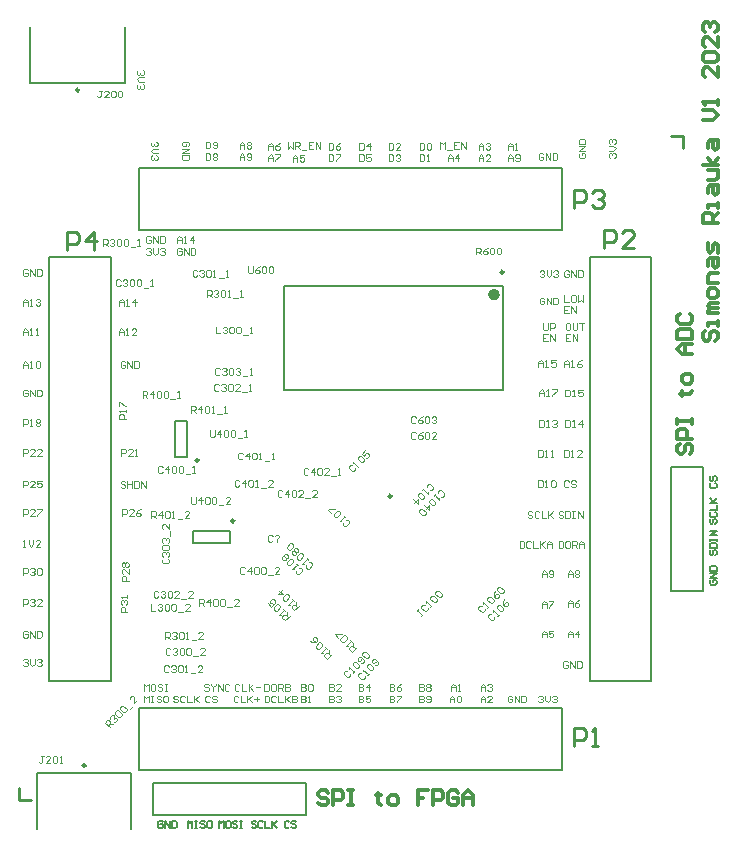
<source format=gto>
G04*
G04 #@! TF.GenerationSoftware,Altium Limited,Altium Designer,23.2.1 (34)*
G04*
G04 Layer_Color=65535*
%FSLAX44Y44*%
%MOMM*%
G71*
G04*
G04 #@! TF.SameCoordinates,9FE4BF2E-1B0E-44D7-9BF9-3B0155518327*
G04*
G04*
G04 #@! TF.FilePolarity,Positive*
G04*
G01*
G75*
%ADD10C,0.2500*%
%ADD11C,0.5000*%
%ADD12C,0.2000*%
%ADD13C,0.2540*%
%ADD14C,0.1016*%
%ADD15C,0.1020*%
%ADD16C,0.3000*%
%ADD17C,0.1500*%
D10*
X52225Y636258D02*
G03*
X52225Y636258I-1250J0D01*
G01*
X316792Y292376D02*
G03*
X316792Y292376I-1250J0D01*
G01*
X411639Y482119D02*
G03*
X411639Y482119I-1250J0D01*
G01*
X57750Y64350D02*
G03*
X57750Y64350I-1250J0D01*
G01*
X153424Y322775D02*
G03*
X153424Y322775I-1250J0D01*
G01*
X183588Y271523D02*
G03*
X183588Y271523I-1250J0D01*
G01*
D11*
X405939Y463063D02*
G03*
X405939Y463063I-2500J0D01*
G01*
D12*
X10975Y642608D02*
Y689608D01*
Y642608D02*
X90975D01*
Y689608D01*
X27077Y136220D02*
X79377D01*
X27077D02*
Y494820D01*
X79377Y136220D02*
Y494820D01*
X27077D02*
X79377D01*
X102587Y60720D02*
X461187D01*
X102587Y113020D02*
X461187D01*
X102587Y60720D02*
Y113020D01*
X461187Y60720D02*
Y113020D01*
X461217Y518130D02*
Y570430D01*
X102617Y518130D02*
X461217D01*
X102617Y570430D02*
X461217D01*
X102617Y518130D02*
Y570430D01*
X484457Y136220D02*
X536757D01*
X484457D02*
Y494820D01*
X536757Y136220D02*
Y494820D01*
X484457D02*
X536757D01*
X411089Y382014D02*
Y470563D01*
X225689Y382014D02*
X411089D01*
X225689D02*
Y470563D01*
X411089D01*
X114680Y22466D02*
X244680D01*
X114680D02*
Y49366D01*
X244680D01*
Y22466D02*
Y49366D01*
X16500Y11000D02*
Y58000D01*
X96500D01*
Y11000D02*
Y58000D01*
X133424Y325275D02*
X143424D01*
X133424Y356275D02*
X143424D01*
Y325275D02*
Y356275D01*
X133424Y325275D02*
Y356275D01*
X580048Y212444D02*
Y317044D01*
X553148Y212444D02*
X580048D01*
X553148D02*
Y317044D01*
X580048D01*
X179838Y252773D02*
Y262773D01*
X148838Y252773D02*
Y262773D01*
X179838D01*
X148838Y252773D02*
X179838D01*
D13*
X563637Y587280D02*
Y597280D01*
X1397Y35040D02*
X11397D01*
X1397D02*
Y45040D01*
X553637Y597280D02*
X563637D01*
X42037Y501130D02*
Y516365D01*
X49654D01*
X52194Y513826D01*
Y508748D01*
X49654Y506208D01*
X42037D01*
X64890Y501130D02*
Y516365D01*
X57272Y508748D01*
X67429D01*
X496697Y502400D02*
Y517635D01*
X504314D01*
X506854Y515096D01*
Y510018D01*
X504314Y507478D01*
X496697D01*
X522089Y502400D02*
X511932D01*
X522089Y512557D01*
Y515096D01*
X519550Y517635D01*
X514471D01*
X511932Y515096D01*
X471297Y80760D02*
Y95995D01*
X478914D01*
X481454Y93456D01*
Y88378D01*
X478914Y85838D01*
X471297D01*
X486532Y80760D02*
X491610D01*
X489071D01*
Y95995D01*
X486532Y93456D01*
X471297Y536690D02*
Y551925D01*
X478914D01*
X481454Y549386D01*
Y544308D01*
X478914Y541768D01*
X471297D01*
X486532Y549386D02*
X489071Y551925D01*
X494150D01*
X496689Y549386D01*
Y546847D01*
X494150Y544308D01*
X491610D01*
X494150D01*
X496689Y541768D01*
Y539229D01*
X494150Y536690D01*
X489071D01*
X486532Y539229D01*
D14*
X445143Y439073D02*
Y434206D01*
X446116Y433233D01*
X448063D01*
X449036Y434206D01*
Y439073D01*
X450983Y433233D02*
Y439073D01*
X453903D01*
X454877Y438100D01*
Y436153D01*
X453903Y435179D01*
X450983D01*
X449036Y429626D02*
X445143D01*
Y423786D01*
X449036D01*
X445143Y426706D02*
X447090D01*
X450983Y423786D02*
Y429626D01*
X454877Y423786D01*
Y429626D01*
X467063Y439073D02*
X465116D01*
X464143Y438100D01*
Y434206D01*
X465116Y433233D01*
X467063D01*
X468036Y434206D01*
Y438100D01*
X467063Y439073D01*
X469983D02*
Y434206D01*
X470956Y433233D01*
X472903D01*
X473876Y434206D01*
Y439073D01*
X475823D02*
X479717D01*
X477770D01*
Y433233D01*
X468036Y429626D02*
X464143D01*
Y423786D01*
X468036D01*
X464143Y426706D02*
X466090D01*
X469983Y423786D02*
Y429626D01*
X473876Y423786D01*
Y429626D01*
X463143Y462754D02*
Y456914D01*
X467036D01*
X471903Y462754D02*
X469957D01*
X468983Y461781D01*
Y457887D01*
X469957Y456914D01*
X471903D01*
X472877Y457887D01*
Y461781D01*
X471903Y462754D01*
X474823D02*
Y456914D01*
X476770Y458861D01*
X478717Y456914D01*
Y462754D01*
X467036Y453308D02*
X463143D01*
Y447467D01*
X467036D01*
X463143Y450388D02*
X465090D01*
X468983Y447467D02*
Y453308D01*
X472877Y447467D01*
Y453308D01*
X71409Y635856D02*
X69463D01*
X70436D01*
Y630989D01*
X69463Y630016D01*
X68489D01*
X67516Y630989D01*
X77249Y630016D02*
X73356D01*
X77249Y633909D01*
Y634883D01*
X76276Y635856D01*
X74330D01*
X73356Y634883D01*
X79196D02*
X80170Y635856D01*
X82116D01*
X83090Y634883D01*
Y630989D01*
X82116Y630016D01*
X80170D01*
X79196Y630989D01*
Y634883D01*
X85036D02*
X86010Y635856D01*
X87956D01*
X88930Y634883D01*
Y630989D01*
X87956Y630016D01*
X86010D01*
X85036Y630989D01*
Y634883D01*
X94127Y220770D02*
X88287D01*
Y223690D01*
X89260Y224664D01*
X91207D01*
X92180Y223690D01*
Y220770D01*
X94127Y230504D02*
Y226610D01*
X90234Y230504D01*
X89260D01*
X88287Y229530D01*
Y227584D01*
X89260Y226610D01*
Y232450D02*
X88287Y233424D01*
Y235371D01*
X89260Y236344D01*
X90234D01*
X91207Y235371D01*
X92180Y236344D01*
X93154D01*
X94127Y235371D01*
Y233424D01*
X93154Y232450D01*
X92180D01*
X91207Y233424D01*
X90234Y232450D01*
X89260D01*
X91207Y233424D02*
Y235371D01*
X4845Y225585D02*
Y231425D01*
X7765D01*
X8738Y230451D01*
Y228505D01*
X7765Y227531D01*
X4845D01*
X10685Y230451D02*
X11658Y231425D01*
X13605D01*
X14578Y230451D01*
Y229478D01*
X13605Y228505D01*
X12632D01*
X13605D01*
X14578Y227531D01*
Y226558D01*
X13605Y225585D01*
X11658D01*
X10685Y226558D01*
X16525Y230451D02*
X17498Y231425D01*
X19445D01*
X20419Y230451D01*
Y226558D01*
X19445Y225585D01*
X17498D01*
X16525Y226558D01*
Y230451D01*
X88673Y275585D02*
Y281425D01*
X91594D01*
X92567Y280451D01*
Y278505D01*
X91594Y277531D01*
X88673D01*
X98407Y275585D02*
X94514D01*
X98407Y279478D01*
Y280451D01*
X97434Y281425D01*
X95487D01*
X94514Y280451D01*
X104247Y281425D02*
X102300Y280451D01*
X100354Y278505D01*
Y276558D01*
X101327Y275585D01*
X103274D01*
X104247Y276558D01*
Y277531D01*
X103274Y278505D01*
X100354D01*
X4845Y275585D02*
Y281425D01*
X7765D01*
X8738Y280451D01*
Y278505D01*
X7765Y277531D01*
X4845D01*
X14578Y275585D02*
X10685D01*
X14578Y279478D01*
Y280451D01*
X13605Y281425D01*
X11658D01*
X10685Y280451D01*
X16525Y281425D02*
X20419D01*
Y280451D01*
X16525Y276558D01*
Y275585D01*
X4845Y299810D02*
Y305650D01*
X7765D01*
X8738Y304677D01*
Y302730D01*
X7765Y301756D01*
X4845D01*
X14578Y299810D02*
X10685D01*
X14578Y303703D01*
Y304677D01*
X13605Y305650D01*
X11658D01*
X10685Y304677D01*
X20419Y305650D02*
X16525D01*
Y302730D01*
X18472Y303703D01*
X19445D01*
X20419Y302730D01*
Y300783D01*
X19445Y299810D01*
X17498D01*
X16525Y300783D01*
X88000Y326810D02*
Y332650D01*
X90920D01*
X91894Y331677D01*
Y329730D01*
X90920Y328756D01*
X88000D01*
X97734Y326810D02*
X93841D01*
X97734Y330703D01*
Y331677D01*
X96761Y332650D01*
X94814D01*
X93841Y331677D01*
X99681Y326810D02*
X101627D01*
X100654D01*
Y332650D01*
X99681Y331677D01*
X4845Y326810D02*
Y332650D01*
X7765D01*
X8738Y331677D01*
Y329730D01*
X7765Y328756D01*
X4845D01*
X14578Y326810D02*
X10685D01*
X14578Y330703D01*
Y331677D01*
X13605Y332650D01*
X11658D01*
X10685Y331677D01*
X20419Y326810D02*
X16525D01*
X20419Y330703D01*
Y331677D01*
X19445Y332650D01*
X17498D01*
X16525Y331677D01*
X4845Y428680D02*
Y432573D01*
X6791Y434520D01*
X8738Y432573D01*
Y428680D01*
Y431600D01*
X4845D01*
X10685Y428680D02*
X12632D01*
X11658D01*
Y434520D01*
X10685Y433546D01*
X15552Y428680D02*
X17498D01*
X16525D01*
Y434520D01*
X15552Y433546D01*
X86070Y428680D02*
Y432573D01*
X88017Y434520D01*
X89964Y432573D01*
Y428680D01*
Y431600D01*
X86070D01*
X91910Y428680D02*
X93857D01*
X92884D01*
Y434520D01*
X91910Y433546D01*
X100671Y428680D02*
X96777D01*
X100671Y432573D01*
Y433546D01*
X99697Y434520D01*
X97751D01*
X96777Y433546D01*
X4845Y453849D02*
Y457742D01*
X6791Y459689D01*
X8738Y457742D01*
Y453849D01*
Y456769D01*
X4845D01*
X10685Y453849D02*
X12632D01*
X11658D01*
Y459689D01*
X10685Y458716D01*
X15552D02*
X16525Y459689D01*
X18472D01*
X19445Y458716D01*
Y457742D01*
X18472Y456769D01*
X17498D01*
X18472D01*
X19445Y455796D01*
Y454822D01*
X18472Y453849D01*
X16525D01*
X15552Y454822D01*
X466908Y304747D02*
X465934Y305721D01*
X463988D01*
X463014Y304747D01*
Y300854D01*
X463988Y299881D01*
X465934D01*
X466908Y300854D01*
X472748Y304747D02*
X471774Y305721D01*
X469828D01*
X468854Y304747D01*
Y303774D01*
X469828Y302801D01*
X471774D01*
X472748Y301827D01*
Y300854D01*
X471774Y299881D01*
X469828D01*
X468854Y300854D01*
X441014Y305799D02*
Y299959D01*
X443934D01*
X444908Y300933D01*
Y304826D01*
X443934Y305799D01*
X441014D01*
X446854Y299959D02*
X448801D01*
X447828D01*
Y305799D01*
X446854Y304826D01*
X451721D02*
X452695Y305799D01*
X454641D01*
X455615Y304826D01*
Y300933D01*
X454641Y299959D01*
X452695D01*
X451721Y300933D01*
Y304826D01*
X464014Y356721D02*
Y350881D01*
X466934D01*
X467908Y351854D01*
Y355747D01*
X466934Y356721D01*
X464014D01*
X469854Y350881D02*
X471801D01*
X470828D01*
Y356721D01*
X469854Y355747D01*
X477641Y350881D02*
Y356721D01*
X474721Y353801D01*
X478615D01*
X442014Y356799D02*
Y350959D01*
X444934D01*
X445908Y351933D01*
Y355826D01*
X444934Y356799D01*
X442014D01*
X447854Y350959D02*
X449801D01*
X448828D01*
Y356799D01*
X447854Y355826D01*
X452721D02*
X453694Y356799D01*
X455641D01*
X456615Y355826D01*
Y354853D01*
X455641Y353879D01*
X454668D01*
X455641D01*
X456615Y352906D01*
Y351933D01*
X455641Y350959D01*
X453694D01*
X452721Y351933D01*
X441127Y401849D02*
Y405742D01*
X443074Y407689D01*
X445020Y405742D01*
Y401849D01*
Y404769D01*
X441127D01*
X446967Y401849D02*
X448914D01*
X447940D01*
Y407689D01*
X446967Y406716D01*
X455727Y407689D02*
X451834D01*
Y404769D01*
X453781Y405742D01*
X454754D01*
X455727Y404769D01*
Y402822D01*
X454754Y401849D01*
X452807D01*
X451834Y402822D01*
X463127Y401770D02*
Y405664D01*
X465074Y407610D01*
X467020Y405664D01*
Y401770D01*
Y404690D01*
X463127D01*
X468967Y401770D02*
X470914D01*
X469940D01*
Y407610D01*
X468967Y406637D01*
X477727Y407610D02*
X475781Y406637D01*
X473834Y404690D01*
Y402743D01*
X474807Y401770D01*
X476754D01*
X477727Y402743D01*
Y403717D01*
X476754Y404690D01*
X473834D01*
X358127Y586770D02*
Y592610D01*
X360074Y590664D01*
X362020Y592610D01*
Y586770D01*
X363967Y585797D02*
X367860D01*
X373701Y592610D02*
X369807D01*
Y586770D01*
X373701D01*
X369807Y589690D02*
X371754D01*
X375647Y586770D02*
Y592610D01*
X379541Y586770D01*
Y592610D01*
X91240Y405637D02*
X90267Y406610D01*
X88320D01*
X87347Y405637D01*
Y401744D01*
X88320Y400770D01*
X90267D01*
X91240Y401744D01*
Y403690D01*
X89294D01*
X93187Y400770D02*
Y406610D01*
X97080Y400770D01*
Y406610D01*
X99027D02*
Y400770D01*
X101947D01*
X102921Y401744D01*
Y405637D01*
X101947Y406610D01*
X99027D01*
X462020Y278637D02*
X461047Y279610D01*
X459100D01*
X458127Y278637D01*
Y277664D01*
X459100Y276690D01*
X461047D01*
X462020Y275717D01*
Y274743D01*
X461047Y273770D01*
X459100D01*
X458127Y274743D01*
X463967Y279610D02*
Y273770D01*
X466887D01*
X467860Y274743D01*
Y278637D01*
X466887Y279610D01*
X463967D01*
X469807D02*
X471754D01*
X470781D01*
Y273770D01*
X469807D01*
X471754D01*
X474674D02*
Y279610D01*
X478567Y273770D01*
Y279610D01*
X436020Y278637D02*
X435047Y279610D01*
X433100D01*
X432127Y278637D01*
Y277664D01*
X433100Y276690D01*
X435047D01*
X436020Y275717D01*
Y274743D01*
X435047Y273770D01*
X433100D01*
X432127Y274743D01*
X441861Y278637D02*
X440887Y279610D01*
X438941D01*
X437967Y278637D01*
Y274743D01*
X438941Y273770D01*
X440887D01*
X441861Y274743D01*
X443807Y279610D02*
Y273770D01*
X447701D01*
X449647Y279610D02*
Y273770D01*
Y275717D01*
X453541Y279610D01*
X450621Y276690D01*
X453541Y273770D01*
X425127Y254610D02*
Y248770D01*
X428047D01*
X429020Y249743D01*
Y253637D01*
X428047Y254610D01*
X425127D01*
X434860Y253637D02*
X433887Y254610D01*
X431940D01*
X430967Y253637D01*
Y249743D01*
X431940Y248770D01*
X433887D01*
X434860Y249743D01*
X436807Y254610D02*
Y248770D01*
X440701D01*
X442647Y254610D02*
Y248770D01*
Y250717D01*
X446541Y254610D01*
X443621Y251690D01*
X446541Y248770D01*
X448488D02*
Y252664D01*
X450434Y254610D01*
X452381Y252664D01*
Y248770D01*
Y251690D01*
X448488D01*
X458127Y254610D02*
Y248770D01*
X461047D01*
X462020Y249743D01*
Y253637D01*
X461047Y254610D01*
X458127D01*
X466887D02*
X464940D01*
X463967Y253637D01*
Y249743D01*
X464940Y248770D01*
X466887D01*
X467860Y249743D01*
Y253637D01*
X466887Y254610D01*
X469807Y248770D02*
Y254610D01*
X472727D01*
X473701Y253637D01*
Y251690D01*
X472727Y250717D01*
X469807D01*
X471754D02*
X473701Y248770D01*
X475647D02*
Y252664D01*
X477594Y254610D01*
X479541Y252664D01*
Y248770D01*
Y251690D01*
X475647D01*
X444127Y223770D02*
Y227664D01*
X446074Y229610D01*
X448020Y227664D01*
Y223770D01*
Y226690D01*
X444127D01*
X449967Y224743D02*
X450941Y223770D01*
X452887D01*
X453861Y224743D01*
Y228637D01*
X452887Y229610D01*
X450941D01*
X449967Y228637D01*
Y227664D01*
X450941Y226690D01*
X453861D01*
X466127Y223849D02*
Y227742D01*
X468074Y229689D01*
X470020Y227742D01*
Y223849D01*
Y226769D01*
X466127D01*
X471967Y228716D02*
X472940Y229689D01*
X474887D01*
X475860Y228716D01*
Y227742D01*
X474887Y226769D01*
X475860Y225796D01*
Y224822D01*
X474887Y223849D01*
X472940D01*
X471967Y224822D01*
Y225796D01*
X472940Y226769D01*
X471967Y227742D01*
Y228716D01*
X472940Y226769D02*
X474887D01*
X444127Y197849D02*
Y201742D01*
X446074Y203689D01*
X448020Y201742D01*
Y197849D01*
Y200769D01*
X444127D01*
X449967Y203689D02*
X453861D01*
Y202716D01*
X449967Y198822D01*
Y197849D01*
X466127Y198849D02*
Y202742D01*
X468074Y204689D01*
X470020Y202742D01*
Y198849D01*
Y201769D01*
X466127D01*
X475860Y204689D02*
X473914Y203716D01*
X471967Y201769D01*
Y199822D01*
X472940Y198849D01*
X474887D01*
X475860Y199822D01*
Y200796D01*
X474887Y201769D01*
X471967D01*
X444127Y172849D02*
Y176742D01*
X446074Y178689D01*
X448020Y176742D01*
Y172849D01*
Y175769D01*
X444127D01*
X453861Y178689D02*
X449967D01*
Y175769D01*
X451914Y176742D01*
X452887D01*
X453861Y175769D01*
Y173822D01*
X452887Y172849D01*
X450941D01*
X449967Y173822D01*
X466127Y172849D02*
Y176742D01*
X468074Y178689D01*
X470020Y176742D01*
Y172849D01*
Y175769D01*
X466127D01*
X474887Y172849D02*
Y178689D01*
X471967Y175769D01*
X475860D01*
X392127Y127770D02*
Y131664D01*
X394074Y133610D01*
X396020Y131664D01*
Y127770D01*
Y130690D01*
X392127D01*
X397967Y132637D02*
X398941Y133610D01*
X400887D01*
X401861Y132637D01*
Y131664D01*
X400887Y130690D01*
X399914D01*
X400887D01*
X401861Y129717D01*
Y128743D01*
X400887Y127770D01*
X398941D01*
X397967Y128743D01*
X392127Y117770D02*
Y121664D01*
X394074Y123610D01*
X396020Y121664D01*
Y117770D01*
Y120690D01*
X392127D01*
X401861Y117770D02*
X397967D01*
X401861Y121664D01*
Y122637D01*
X400887Y123610D01*
X398941D01*
X397967Y122637D01*
X315127Y123610D02*
Y117770D01*
X318047D01*
X319020Y118744D01*
Y119717D01*
X318047Y120690D01*
X315127D01*
X318047D01*
X319020Y121664D01*
Y122637D01*
X318047Y123610D01*
X315127D01*
X320967D02*
X324860D01*
Y122637D01*
X320967Y118744D01*
Y117770D01*
X315127Y133610D02*
Y127770D01*
X318047D01*
X319020Y128743D01*
Y129717D01*
X318047Y130690D01*
X315127D01*
X318047D01*
X319020Y131664D01*
Y132637D01*
X318047Y133610D01*
X315127D01*
X324860D02*
X322914Y132637D01*
X320967Y130690D01*
Y128743D01*
X321940Y127770D01*
X323887D01*
X324860Y128743D01*
Y129717D01*
X323887Y130690D01*
X320967D01*
X289127Y123610D02*
Y117770D01*
X292047D01*
X293020Y118744D01*
Y119717D01*
X292047Y120690D01*
X289127D01*
X292047D01*
X293020Y121664D01*
Y122637D01*
X292047Y123610D01*
X289127D01*
X298860D02*
X294967D01*
Y120690D01*
X296914Y121664D01*
X297887D01*
X298860Y120690D01*
Y118744D01*
X297887Y117770D01*
X295940D01*
X294967Y118744D01*
X289127Y133610D02*
Y127770D01*
X292047D01*
X293020Y128743D01*
Y129717D01*
X292047Y130690D01*
X289127D01*
X292047D01*
X293020Y131664D01*
Y132637D01*
X292047Y133610D01*
X289127D01*
X297887Y127770D02*
Y133610D01*
X294967Y130690D01*
X298860D01*
X209127Y133610D02*
Y127770D01*
X212047D01*
X213020Y128743D01*
Y132637D01*
X212047Y133610D01*
X209127D01*
X217887D02*
X215940D01*
X214967Y132637D01*
Y128743D01*
X215940Y127770D01*
X217887D01*
X218860Y128743D01*
Y132637D01*
X217887Y133610D01*
X220807Y127770D02*
Y133610D01*
X223727D01*
X224701Y132637D01*
Y130690D01*
X223727Y129717D01*
X220807D01*
X222754D02*
X224701Y127770D01*
X226647Y133610D02*
Y127770D01*
X229567D01*
X230541Y128743D01*
Y129717D01*
X229567Y130690D01*
X226647D01*
X229567D01*
X230541Y131664D01*
Y132637D01*
X229567Y133610D01*
X226647D01*
X209205Y123610D02*
Y117770D01*
X212125D01*
X213099Y118744D01*
Y122637D01*
X212125Y123610D01*
X209205D01*
X218939Y122637D02*
X217965Y123610D01*
X216019D01*
X215045Y122637D01*
Y118744D01*
X216019Y117770D01*
X217965D01*
X218939Y118744D01*
X220885Y123610D02*
Y117770D01*
X224779D01*
X226725Y123610D02*
Y117770D01*
Y119717D01*
X230619Y123610D01*
X227699Y120690D01*
X230619Y117770D01*
X232565Y123610D02*
Y117770D01*
X235486D01*
X236459Y118744D01*
Y119717D01*
X235486Y120690D01*
X232565D01*
X235486D01*
X236459Y121664D01*
Y122637D01*
X235486Y123610D01*
X232565D01*
X162020Y132637D02*
X161047Y133610D01*
X159100D01*
X158127Y132637D01*
Y131664D01*
X159100Y130690D01*
X161047D01*
X162020Y129717D01*
Y128743D01*
X161047Y127770D01*
X159100D01*
X158127Y128743D01*
X163967Y133610D02*
Y132637D01*
X165914Y130690D01*
X167861Y132637D01*
Y133610D01*
X165914Y130690D02*
Y127770D01*
X169807D02*
Y133610D01*
X173701Y127770D01*
Y133610D01*
X179541Y132637D02*
X178567Y133610D01*
X176621D01*
X175647Y132637D01*
Y128743D01*
X176621Y127770D01*
X178567D01*
X179541Y128743D01*
X163064Y122637D02*
X162091Y123610D01*
X160144D01*
X159171Y122637D01*
Y118744D01*
X160144Y117770D01*
X162091D01*
X163064Y118744D01*
X168904Y122637D02*
X167931Y123610D01*
X165984D01*
X165011Y122637D01*
Y121664D01*
X165984Y120690D01*
X167931D01*
X168904Y119717D01*
Y118744D01*
X167931Y117770D01*
X165984D01*
X165011Y118744D01*
X441045Y122637D02*
X442019Y123610D01*
X443965D01*
X444939Y122637D01*
Y121664D01*
X443965Y120690D01*
X442992D01*
X443965D01*
X444939Y119717D01*
Y118744D01*
X443965Y117770D01*
X442019D01*
X441045Y118744D01*
X446886Y123610D02*
Y119717D01*
X448832Y117770D01*
X450779Y119717D01*
Y123610D01*
X452726Y122637D02*
X453699Y123610D01*
X455646D01*
X456619Y122637D01*
Y121664D01*
X455646Y120690D01*
X454672D01*
X455646D01*
X456619Y119717D01*
Y118744D01*
X455646Y117770D01*
X453699D01*
X452726Y118744D01*
X466020Y151637D02*
X465047Y152610D01*
X463100D01*
X462127Y151637D01*
Y147744D01*
X463100Y146770D01*
X465047D01*
X466020Y147744D01*
Y149690D01*
X464074D01*
X467967Y146770D02*
Y152610D01*
X471861Y146770D01*
Y152610D01*
X473807D02*
Y146770D01*
X476727D01*
X477701Y147744D01*
Y151637D01*
X476727Y152610D01*
X473807D01*
X446020Y459637D02*
X445047Y460610D01*
X443100D01*
X442127Y459637D01*
Y455743D01*
X443100Y454770D01*
X445047D01*
X446020Y455743D01*
Y457690D01*
X444074D01*
X447967Y454770D02*
Y460610D01*
X451861Y454770D01*
Y460610D01*
X453807D02*
Y454770D01*
X456727D01*
X457701Y455743D01*
Y459637D01*
X456727Y460610D01*
X453807D01*
X8738Y381716D02*
X7765Y382689D01*
X5818D01*
X4845Y381716D01*
Y377822D01*
X5818Y376849D01*
X7765D01*
X8738Y377822D01*
Y379769D01*
X6791D01*
X10685Y376849D02*
Y382689D01*
X14578Y376849D01*
Y382689D01*
X16525D02*
Y376849D01*
X19445D01*
X20419Y377822D01*
Y381716D01*
X19445Y382689D01*
X16525D01*
X8738Y483716D02*
X7765Y484689D01*
X5818D01*
X4845Y483716D01*
Y479822D01*
X5818Y478849D01*
X7765D01*
X8738Y479822D01*
Y481769D01*
X6791D01*
X10685Y478849D02*
Y484689D01*
X14578Y478849D01*
Y484689D01*
X16525D02*
Y478849D01*
X19445D01*
X20419Y479822D01*
Y483716D01*
X19445Y484689D01*
X16525D01*
X8738Y177637D02*
X7765Y178610D01*
X5818D01*
X4845Y177637D01*
Y173743D01*
X5818Y172770D01*
X7765D01*
X8738Y173743D01*
Y175690D01*
X6791D01*
X10685Y172770D02*
Y178610D01*
X14578Y172770D01*
Y178610D01*
X16525D02*
Y172770D01*
X19445D01*
X20419Y173743D01*
Y177637D01*
X19445Y178610D01*
X16525D01*
X4845Y153637D02*
X5818Y154610D01*
X7765D01*
X8738Y153637D01*
Y152664D01*
X7765Y151690D01*
X6791D01*
X7765D01*
X8738Y150717D01*
Y149743D01*
X7765Y148770D01*
X5818D01*
X4845Y149743D01*
X10685Y154610D02*
Y150717D01*
X12632Y148770D01*
X14578Y150717D01*
Y154610D01*
X16525Y153637D02*
X17498Y154610D01*
X19445D01*
X20419Y153637D01*
Y152664D01*
X19445Y151690D01*
X18472D01*
X19445D01*
X20419Y150717D01*
Y149743D01*
X19445Y148770D01*
X17498D01*
X16525Y149743D01*
X113020Y511637D02*
X112047Y512610D01*
X110100D01*
X109127Y511637D01*
Y507743D01*
X110100Y506770D01*
X112047D01*
X113020Y507743D01*
Y509690D01*
X111074D01*
X114967Y506770D02*
Y512610D01*
X118861Y506770D01*
Y512610D01*
X120807D02*
Y506770D01*
X123727D01*
X124701Y507743D01*
Y511637D01*
X123727Y512610D01*
X120807D01*
X109127Y501637D02*
X110100Y502610D01*
X112047D01*
X113020Y501637D01*
Y500664D01*
X112047Y499690D01*
X111074D01*
X112047D01*
X113020Y498717D01*
Y497743D01*
X112047Y496770D01*
X110100D01*
X109127Y497743D01*
X114967Y502610D02*
Y498717D01*
X116914Y496770D01*
X118861Y498717D01*
Y502610D01*
X120807Y501637D02*
X121781Y502610D01*
X123727D01*
X124701Y501637D01*
Y500664D01*
X123727Y499690D01*
X122754D01*
X123727D01*
X124701Y498717D01*
Y497743D01*
X123727Y496770D01*
X121781D01*
X120807Y497743D01*
X139020Y501637D02*
X138047Y502610D01*
X136100D01*
X135127Y501637D01*
Y497743D01*
X136100Y496770D01*
X138047D01*
X139020Y497743D01*
Y499690D01*
X137074D01*
X140967Y496770D02*
Y502610D01*
X144860Y496770D01*
Y502610D01*
X146807D02*
Y496770D01*
X149727D01*
X150701Y497743D01*
Y501637D01*
X149727Y502610D01*
X146807D01*
X442127Y482637D02*
X443100Y483610D01*
X445047D01*
X446020Y482637D01*
Y481664D01*
X445047Y480690D01*
X444074D01*
X445047D01*
X446020Y479717D01*
Y478744D01*
X445047Y477770D01*
X443100D01*
X442127Y478744D01*
X447967Y483610D02*
Y479717D01*
X449914Y477770D01*
X451861Y479717D01*
Y483610D01*
X453807Y482637D02*
X454781Y483610D01*
X456727D01*
X457701Y482637D01*
Y481664D01*
X456727Y480690D01*
X455754D01*
X456727D01*
X457701Y479717D01*
Y478744D01*
X456727Y477770D01*
X454781D01*
X453807Y478744D01*
X418939Y122637D02*
X417966Y123610D01*
X416019D01*
X415045Y122637D01*
Y118744D01*
X416019Y117770D01*
X417966D01*
X418939Y118744D01*
Y120690D01*
X416992D01*
X420886Y117770D02*
Y123610D01*
X424779Y117770D01*
Y123610D01*
X426726D02*
Y117770D01*
X429646D01*
X430619Y118744D01*
Y122637D01*
X429646Y123610D01*
X426726D01*
X107127Y117770D02*
Y123610D01*
X109074Y121664D01*
X111020Y123610D01*
Y117770D01*
X112967Y123610D02*
X114914D01*
X113940D01*
Y117770D01*
X112967D01*
X114914D01*
X121727Y122637D02*
X120754Y123610D01*
X118807D01*
X117834Y122637D01*
Y121664D01*
X118807Y120690D01*
X120754D01*
X121727Y119717D01*
Y118744D01*
X120754Y117770D01*
X118807D01*
X117834Y118744D01*
X126594Y123610D02*
X124647D01*
X123674Y122637D01*
Y118744D01*
X124647Y117770D01*
X126594D01*
X127567Y118744D01*
Y122637D01*
X126594Y123610D01*
X107127Y127770D02*
Y133610D01*
X109074Y131664D01*
X111020Y133610D01*
Y127770D01*
X115887Y133610D02*
X113940D01*
X112967Y132637D01*
Y128743D01*
X113940Y127770D01*
X115887D01*
X116861Y128743D01*
Y132637D01*
X115887Y133610D01*
X122701Y132637D02*
X121727Y133610D01*
X119781D01*
X118807Y132637D01*
Y131664D01*
X119781Y130690D01*
X121727D01*
X122701Y129717D01*
Y128743D01*
X121727Y127770D01*
X119781D01*
X118807Y128743D01*
X124647Y133610D02*
X126594D01*
X125621D01*
Y127770D01*
X124647D01*
X126594D01*
X136020Y122637D02*
X135047Y123610D01*
X133100D01*
X132127Y122637D01*
Y121664D01*
X133100Y120690D01*
X135047D01*
X136020Y119717D01*
Y118744D01*
X135047Y117770D01*
X133100D01*
X132127Y118744D01*
X141861Y122637D02*
X140887Y123610D01*
X138940D01*
X137967Y122637D01*
Y118744D01*
X138940Y117770D01*
X140887D01*
X141861Y118744D01*
X143807Y123610D02*
Y117770D01*
X147701D01*
X149647Y123610D02*
Y117770D01*
Y119717D01*
X153541Y123610D01*
X150621Y120690D01*
X153541Y117770D01*
X187020Y122637D02*
X186047Y123610D01*
X184100D01*
X183127Y122637D01*
Y118744D01*
X184100Y117770D01*
X186047D01*
X187020Y118744D01*
X188967Y123610D02*
Y117770D01*
X192861D01*
X194807Y123610D02*
Y117770D01*
Y119717D01*
X198701Y123610D01*
X195781Y120690D01*
X198701Y117770D01*
X200647Y120690D02*
X204541D01*
X202594Y122637D02*
Y118744D01*
X188020Y132637D02*
X187047Y133610D01*
X185100D01*
X184127Y132637D01*
Y128743D01*
X185100Y127770D01*
X187047D01*
X188020Y128743D01*
X189967Y133610D02*
Y127770D01*
X193860D01*
X195807Y133610D02*
Y127770D01*
Y129717D01*
X199701Y133610D01*
X196781Y130690D01*
X199701Y127770D01*
X201647Y130690D02*
X205541D01*
X240127Y123610D02*
Y117770D01*
X243047D01*
X244020Y118744D01*
Y119717D01*
X243047Y120690D01*
X240127D01*
X243047D01*
X244020Y121664D01*
Y122637D01*
X243047Y123610D01*
X240127D01*
X245967Y117770D02*
X247914D01*
X246940D01*
Y123610D01*
X245967Y122637D01*
X240127Y133610D02*
Y127770D01*
X243047D01*
X244020Y128743D01*
Y129717D01*
X243047Y130690D01*
X240127D01*
X243047D01*
X244020Y131664D01*
Y132637D01*
X243047Y133610D01*
X240127D01*
X245967Y132637D02*
X246940Y133610D01*
X248887D01*
X249860Y132637D01*
Y128743D01*
X248887Y127770D01*
X246940D01*
X245967Y128743D01*
Y132637D01*
X264127Y123610D02*
Y117770D01*
X267047D01*
X268020Y118744D01*
Y119717D01*
X267047Y120690D01*
X264127D01*
X267047D01*
X268020Y121664D01*
Y122637D01*
X267047Y123610D01*
X264127D01*
X269967Y122637D02*
X270940Y123610D01*
X272887D01*
X273860Y122637D01*
Y121664D01*
X272887Y120690D01*
X271914D01*
X272887D01*
X273860Y119717D01*
Y118744D01*
X272887Y117770D01*
X270940D01*
X269967Y118744D01*
X264127Y133610D02*
Y127770D01*
X267047D01*
X268020Y128743D01*
Y129717D01*
X267047Y130690D01*
X264127D01*
X267047D01*
X268020Y131664D01*
Y132637D01*
X267047Y133610D01*
X264127D01*
X273860Y127770D02*
X269967D01*
X273860Y131664D01*
Y132637D01*
X272887Y133610D01*
X270940D01*
X269967Y132637D01*
X340127Y133610D02*
Y127770D01*
X343047D01*
X344020Y128743D01*
Y129717D01*
X343047Y130690D01*
X340127D01*
X343047D01*
X344020Y131664D01*
Y132637D01*
X343047Y133610D01*
X340127D01*
X345967Y132637D02*
X346940Y133610D01*
X348887D01*
X349860Y132637D01*
Y131664D01*
X348887Y130690D01*
X349860Y129717D01*
Y128743D01*
X348887Y127770D01*
X346940D01*
X345967Y128743D01*
Y129717D01*
X346940Y130690D01*
X345967Y131664D01*
Y132637D01*
X346940Y130690D02*
X348887D01*
X340127Y123610D02*
Y117770D01*
X343047D01*
X344020Y118744D01*
Y119717D01*
X343047Y120690D01*
X340127D01*
X343047D01*
X344020Y121664D01*
Y122637D01*
X343047Y123610D01*
X340127D01*
X345967Y118744D02*
X346940Y117770D01*
X348887D01*
X349860Y118744D01*
Y122637D01*
X348887Y123610D01*
X346940D01*
X345967Y122637D01*
Y121664D01*
X346940Y120690D01*
X349860D01*
X366127Y117770D02*
Y121664D01*
X368074Y123610D01*
X370020Y121664D01*
Y117770D01*
Y120690D01*
X366127D01*
X371967Y122637D02*
X372940Y123610D01*
X374887D01*
X375860Y122637D01*
Y118744D01*
X374887Y117770D01*
X372940D01*
X371967Y118744D01*
Y122637D01*
X367127Y127770D02*
Y131664D01*
X369074Y133610D01*
X371020Y131664D01*
Y127770D01*
Y130690D01*
X367127D01*
X372967Y127770D02*
X374914D01*
X373941D01*
Y133610D01*
X372967Y132637D01*
X91240Y304310D02*
X90267Y305284D01*
X88320D01*
X87347Y304310D01*
Y303337D01*
X88320Y302364D01*
X90267D01*
X91240Y301390D01*
Y300417D01*
X90267Y299444D01*
X88320D01*
X87347Y300417D01*
X93187Y305284D02*
Y299444D01*
Y302364D01*
X97080D01*
Y305284D01*
Y299444D01*
X99027Y305284D02*
Y299444D01*
X101947D01*
X102921Y300417D01*
Y304310D01*
X101947Y305284D01*
X99027D01*
X104867Y299444D02*
Y305284D01*
X108761Y299444D01*
Y305284D01*
X4845Y249770D02*
X6791D01*
X5818D01*
Y255610D01*
X4845Y254637D01*
X9712Y255610D02*
Y251717D01*
X11658Y249770D01*
X13605Y251717D01*
Y255610D01*
X19445Y249770D02*
X15552D01*
X19445Y253664D01*
Y254637D01*
X18472Y255610D01*
X16525D01*
X15552Y254637D01*
X135127Y506770D02*
Y510664D01*
X137074Y512610D01*
X139020Y510664D01*
Y506770D01*
Y509690D01*
X135127D01*
X140967Y506770D02*
X142914D01*
X141940D01*
Y512610D01*
X140967Y511637D01*
X148754Y506770D02*
Y512610D01*
X145834Y509690D01*
X149727D01*
X159447Y582668D02*
Y576828D01*
X162367D01*
X163340Y577801D01*
Y581695D01*
X162367Y582668D01*
X159447D01*
X165287Y581695D02*
X166260Y582668D01*
X168207D01*
X169180Y581695D01*
Y580721D01*
X168207Y579748D01*
X169180Y578775D01*
Y577801D01*
X168207Y576828D01*
X166260D01*
X165287Y577801D01*
Y578775D01*
X166260Y579748D01*
X165287Y580721D01*
Y581695D01*
X166260Y579748D02*
X168207D01*
X159447Y592668D02*
Y586828D01*
X162367D01*
X163340Y587801D01*
Y591695D01*
X162367Y592668D01*
X159447D01*
X165287Y587801D02*
X166260Y586828D01*
X168207D01*
X169180Y587801D01*
Y591695D01*
X168207Y592668D01*
X166260D01*
X165287Y591695D01*
Y590721D01*
X166260Y589748D01*
X169180D01*
X188127Y576770D02*
Y580664D01*
X190074Y582610D01*
X192020Y580664D01*
Y576770D01*
Y579690D01*
X188127D01*
X193967Y577743D02*
X194940Y576770D01*
X196887D01*
X197861Y577743D01*
Y581637D01*
X196887Y582610D01*
X194940D01*
X193967Y581637D01*
Y580664D01*
X194940Y579690D01*
X197861D01*
X188127Y586770D02*
Y590664D01*
X190074Y592610D01*
X192020Y590664D01*
Y586770D01*
Y589690D01*
X188127D01*
X193967Y591637D02*
X194940Y592610D01*
X196887D01*
X197861Y591637D01*
Y590664D01*
X196887Y589690D01*
X197861Y588717D01*
Y587744D01*
X196887Y586770D01*
X194940D01*
X193967Y587744D01*
Y588717D01*
X194940Y589690D01*
X193967Y590664D01*
Y591637D01*
X194940Y589690D02*
X196887D01*
X212526Y575904D02*
Y579798D01*
X214473Y581744D01*
X216420Y579798D01*
Y575904D01*
Y578824D01*
X212526D01*
X218366Y581744D02*
X222260D01*
Y580771D01*
X218366Y576878D01*
Y575904D01*
X212526Y585904D02*
Y589798D01*
X214473Y591744D01*
X216420Y589798D01*
Y585904D01*
Y588824D01*
X212526D01*
X222260Y591744D02*
X220313Y590771D01*
X218366Y588824D01*
Y586878D01*
X219340Y585904D01*
X221286D01*
X222260Y586878D01*
Y587851D01*
X221286Y588824D01*
X218366D01*
X233127Y575770D02*
Y579664D01*
X235074Y581610D01*
X237020Y579664D01*
Y575770D01*
Y578690D01*
X233127D01*
X242861Y581610D02*
X238967D01*
Y578690D01*
X240914Y579664D01*
X241887D01*
X242861Y578690D01*
Y576744D01*
X241887Y575770D01*
X239940D01*
X238967Y576744D01*
X229127Y592610D02*
Y586770D01*
X231074Y588717D01*
X233020Y586770D01*
Y592610D01*
X234967Y586770D02*
Y592610D01*
X237887D01*
X238860Y591637D01*
Y589690D01*
X237887Y588717D01*
X234967D01*
X236914D02*
X238860Y586770D01*
X240807Y585797D02*
X244701D01*
X250541Y592610D02*
X246647D01*
Y586770D01*
X250541D01*
X246647Y589690D02*
X248594D01*
X252488Y586770D02*
Y592610D01*
X256381Y586770D01*
Y592610D01*
X263526Y581744D02*
Y575904D01*
X266446D01*
X267420Y576878D01*
Y580771D01*
X266446Y581744D01*
X263526D01*
X269366D02*
X273260D01*
Y580771D01*
X269366Y576878D01*
Y575904D01*
X263526Y591744D02*
Y585904D01*
X266446D01*
X267420Y586878D01*
Y590771D01*
X266446Y591744D01*
X263526D01*
X273260D02*
X271313Y590771D01*
X269366Y588824D01*
Y586878D01*
X270340Y585904D01*
X272286D01*
X273260Y586878D01*
Y587851D01*
X272286Y588824D01*
X269366D01*
X289526Y581744D02*
Y575904D01*
X292446D01*
X293420Y576878D01*
Y580771D01*
X292446Y581744D01*
X289526D01*
X299260D02*
X295366D01*
Y578824D01*
X297313Y579798D01*
X298286D01*
X299260Y578824D01*
Y576878D01*
X298286Y575904D01*
X296340D01*
X295366Y576878D01*
X289526Y591744D02*
Y585904D01*
X292446D01*
X293420Y586878D01*
Y590771D01*
X292446Y591744D01*
X289526D01*
X298286Y585904D02*
Y591744D01*
X295366Y588824D01*
X299260D01*
X314526Y581744D02*
Y575904D01*
X317446D01*
X318420Y576878D01*
Y580771D01*
X317446Y581744D01*
X314526D01*
X320366Y580771D02*
X321340Y581744D01*
X323286D01*
X324260Y580771D01*
Y579798D01*
X323286Y578824D01*
X322313D01*
X323286D01*
X324260Y577851D01*
Y576878D01*
X323286Y575904D01*
X321340D01*
X320366Y576878D01*
X314526Y591744D02*
Y585904D01*
X317446D01*
X318420Y586878D01*
Y590771D01*
X317446Y591744D01*
X314526D01*
X324260Y585904D02*
X320366D01*
X324260Y589798D01*
Y590771D01*
X323286Y591744D01*
X321340D01*
X320366Y590771D01*
X340526Y581744D02*
Y575904D01*
X343446D01*
X344420Y576878D01*
Y580771D01*
X343446Y581744D01*
X340526D01*
X346366Y575904D02*
X348313D01*
X347340D01*
Y581744D01*
X346366Y580771D01*
X340526Y591744D02*
Y585904D01*
X343446D01*
X344420Y586878D01*
Y590771D01*
X343446Y591744D01*
X340526D01*
X346366Y590771D02*
X347340Y591744D01*
X349286D01*
X350260Y590771D01*
Y586878D01*
X349286Y585904D01*
X347340D01*
X346366Y586878D01*
Y590771D01*
X364526Y575904D02*
Y579798D01*
X366473Y581744D01*
X368420Y579798D01*
Y575904D01*
Y578824D01*
X364526D01*
X373286Y575904D02*
Y581744D01*
X370366Y578824D01*
X374260D01*
X390526Y575904D02*
Y579798D01*
X392473Y581744D01*
X394420Y579798D01*
Y575904D01*
Y578824D01*
X390526D01*
X400260Y575904D02*
X396366D01*
X400260Y579798D01*
Y580771D01*
X399286Y581744D01*
X397340D01*
X396366Y580771D01*
X390526Y585904D02*
Y589798D01*
X392473Y591744D01*
X394420Y589798D01*
Y585904D01*
Y588824D01*
X390526D01*
X396366Y590771D02*
X397340Y591744D01*
X399286D01*
X400260Y590771D01*
Y589798D01*
X399286Y588824D01*
X398313D01*
X399286D01*
X400260Y587851D01*
Y586878D01*
X399286Y585904D01*
X397340D01*
X396366Y586878D01*
X415526Y585904D02*
Y589798D01*
X417473Y591744D01*
X419420Y589798D01*
Y585904D01*
Y588824D01*
X415526D01*
X421366Y585904D02*
X423313D01*
X422340D01*
Y591744D01*
X421366Y590771D01*
X445420Y581771D02*
X444446Y582744D01*
X442500D01*
X441526Y581771D01*
Y577878D01*
X442500Y576904D01*
X444446D01*
X445420Y577878D01*
Y579824D01*
X443473D01*
X447366Y576904D02*
Y582744D01*
X451260Y576904D01*
Y582744D01*
X453206D02*
Y576904D01*
X456127D01*
X457100Y577878D01*
Y581771D01*
X456127Y582744D01*
X453206D01*
X467020Y482637D02*
X466047Y483610D01*
X464100D01*
X463127Y482637D01*
Y478744D01*
X464100Y477770D01*
X466047D01*
X467020Y478744D01*
Y480690D01*
X465074D01*
X468967Y477770D02*
Y483610D01*
X472860Y477770D01*
Y483610D01*
X474807D02*
Y477770D01*
X477727D01*
X478701Y478744D01*
Y482637D01*
X477727Y483610D01*
X474807D01*
X415526Y575904D02*
Y579798D01*
X417473Y581744D01*
X419420Y579798D01*
Y575904D01*
Y578824D01*
X415526D01*
X421366Y576878D02*
X422340Y575904D01*
X424286D01*
X425260Y576878D01*
Y580771D01*
X424286Y581744D01*
X422340D01*
X421366Y580771D01*
Y579798D01*
X422340Y578824D01*
X425260D01*
X442014Y376959D02*
Y380853D01*
X443961Y382799D01*
X445908Y380853D01*
Y376959D01*
Y379879D01*
X442014D01*
X447854Y376959D02*
X449801D01*
X448828D01*
Y382799D01*
X447854Y381826D01*
X452721Y382799D02*
X456615D01*
Y381826D01*
X452721Y377933D01*
Y376959D01*
X464014Y382721D02*
Y376881D01*
X466934D01*
X467908Y377854D01*
Y381747D01*
X466934Y382721D01*
X464014D01*
X469854Y376881D02*
X471801D01*
X470828D01*
Y382721D01*
X469854Y381747D01*
X478615Y382721D02*
X474721D01*
Y379801D01*
X476668Y380774D01*
X477641D01*
X478615Y379801D01*
Y377854D01*
X477641Y376881D01*
X475695D01*
X474721Y377854D01*
X441014Y331799D02*
Y325959D01*
X443934D01*
X444908Y326933D01*
Y330826D01*
X443934Y331799D01*
X441014D01*
X446854Y325959D02*
X448801D01*
X447828D01*
Y331799D01*
X446854Y330826D01*
X451721Y325959D02*
X453668D01*
X452695D01*
Y331799D01*
X451721Y330826D01*
X463014Y331721D02*
Y325881D01*
X465934D01*
X466908Y326854D01*
Y330747D01*
X465934Y331721D01*
X463014D01*
X468854Y325881D02*
X470801D01*
X469828D01*
Y331721D01*
X468854Y330747D01*
X477615Y325881D02*
X473721D01*
X477615Y329774D01*
Y330747D01*
X476641Y331721D01*
X474695D01*
X473721Y330747D01*
X86347Y453849D02*
Y457742D01*
X88294Y459689D01*
X90240Y457742D01*
Y453849D01*
Y456769D01*
X86347D01*
X92187Y453849D02*
X94134D01*
X93160D01*
Y459689D01*
X92187Y458716D01*
X99974Y453849D02*
Y459689D01*
X97054Y456769D01*
X100947D01*
X4845Y400770D02*
Y404664D01*
X6791Y406610D01*
X8738Y404664D01*
Y400770D01*
Y403690D01*
X4845D01*
X10685Y400770D02*
X12632D01*
X11658D01*
Y406610D01*
X10685Y405637D01*
X15552D02*
X16525Y406610D01*
X18472D01*
X19445Y405637D01*
Y401744D01*
X18472Y400770D01*
X16525D01*
X15552Y401744D01*
Y405637D01*
X4845Y351810D02*
Y357650D01*
X7765D01*
X8738Y356677D01*
Y354730D01*
X7765Y353756D01*
X4845D01*
X10685Y351810D02*
X12632D01*
X11658D01*
Y357650D01*
X10685Y356677D01*
X15552D02*
X16525Y357650D01*
X18472D01*
X19445Y356677D01*
Y355703D01*
X18472Y354730D01*
X19445Y353756D01*
Y352783D01*
X18472Y351810D01*
X16525D01*
X15552Y352783D01*
Y353756D01*
X16525Y354730D01*
X15552Y355703D01*
Y356677D01*
X16525Y354730D02*
X18472D01*
X92127Y357770D02*
X86287D01*
Y360690D01*
X87260Y361664D01*
X89207D01*
X90180Y360690D01*
Y357770D01*
X92127Y363610D02*
Y365557D01*
Y364584D01*
X86287D01*
X87260Y363610D01*
X86287Y368477D02*
Y372370D01*
X87260D01*
X91154Y368477D01*
X92127D01*
X4845Y199585D02*
Y205425D01*
X7765D01*
X8738Y204451D01*
Y202505D01*
X7765Y201531D01*
X4845D01*
X10685Y204451D02*
X11658Y205425D01*
X13605D01*
X14578Y204451D01*
Y203478D01*
X13605Y202505D01*
X12632D01*
X13605D01*
X14578Y201531D01*
Y200558D01*
X13605Y199585D01*
X11658D01*
X10685Y200558D01*
X20419Y199585D02*
X16525D01*
X20419Y203478D01*
Y204451D01*
X19445Y205425D01*
X17498D01*
X16525Y204451D01*
X93127Y194770D02*
X87287D01*
Y197690D01*
X88260Y198664D01*
X90207D01*
X91180Y197690D01*
Y194770D01*
X88260Y200610D02*
X87287Y201584D01*
Y203530D01*
X88260Y204504D01*
X89234D01*
X90207Y203530D01*
Y202557D01*
Y203530D01*
X91180Y204504D01*
X92154D01*
X93127Y203530D01*
Y201584D01*
X92154Y200610D01*
X93127Y206450D02*
Y208397D01*
Y207424D01*
X87287D01*
X88260Y206450D01*
X337187Y345947D02*
X336213Y346920D01*
X334267D01*
X333293Y345947D01*
Y342053D01*
X334267Y341080D01*
X336213D01*
X337187Y342053D01*
X343027Y346920D02*
X341080Y345947D01*
X339133Y344000D01*
Y342053D01*
X340107Y341080D01*
X342053D01*
X343027Y342053D01*
Y343027D01*
X342053Y344000D01*
X339133D01*
X344973Y345947D02*
X345947Y346920D01*
X347893D01*
X348867Y345947D01*
Y342053D01*
X347893Y341080D01*
X345947D01*
X344973Y342053D01*
Y345947D01*
X354707Y341080D02*
X350813D01*
X354707Y344973D01*
Y345947D01*
X353733Y346920D01*
X351787D01*
X350813Y345947D01*
X337187Y358947D02*
X336213Y359920D01*
X334267D01*
X333293Y358947D01*
Y355053D01*
X334267Y354080D01*
X336213D01*
X337187Y355053D01*
X343027Y359920D02*
X341080Y358947D01*
X339133Y357000D01*
Y355053D01*
X340107Y354080D01*
X342053D01*
X343027Y355053D01*
Y356027D01*
X342053Y357000D01*
X339133D01*
X344973Y358947D02*
X345947Y359920D01*
X347893D01*
X348867Y358947D01*
Y355053D01*
X347893Y354080D01*
X345947D01*
X344973Y355053D01*
Y358947D01*
X350813D02*
X351787Y359920D01*
X353733D01*
X354707Y358947D01*
Y357973D01*
X353733Y357000D01*
X352760D01*
X353733D01*
X354707Y356027D01*
Y355053D01*
X353733Y354080D01*
X351787D01*
X350813Y355053D01*
X388293Y497080D02*
Y502920D01*
X391213D01*
X392187Y501947D01*
Y500000D01*
X391213Y499027D01*
X388293D01*
X390240D02*
X392187Y497080D01*
X398027Y502920D02*
X396080Y501947D01*
X394133Y500000D01*
Y498053D01*
X395107Y497080D01*
X397053D01*
X398027Y498053D01*
Y499027D01*
X397053Y500000D01*
X394133D01*
X399973Y501947D02*
X400947Y502920D01*
X402893D01*
X403867Y501947D01*
Y498053D01*
X402893Y497080D01*
X400947D01*
X399973Y498053D01*
Y501947D01*
X405813D02*
X406787Y502920D01*
X408733D01*
X409707Y501947D01*
Y498053D01*
X408733Y497080D01*
X406787D01*
X405813Y498053D01*
Y501947D01*
X195293Y486920D02*
Y482053D01*
X196266Y481080D01*
X198213D01*
X199186Y482053D01*
Y486920D01*
X205027D02*
X203080Y485947D01*
X201133Y484000D01*
Y482053D01*
X202107Y481080D01*
X204053D01*
X205027Y482053D01*
Y483027D01*
X204053Y484000D01*
X201133D01*
X206973Y485947D02*
X207947Y486920D01*
X209893D01*
X210867Y485947D01*
Y482053D01*
X209893Y481080D01*
X207947D01*
X206973Y482053D01*
Y485947D01*
X212813D02*
X213787Y486920D01*
X215734D01*
X216707Y485947D01*
Y482053D01*
X215734Y481080D01*
X213787D01*
X212813Y482053D01*
Y485947D01*
X22160Y72420D02*
X20213D01*
X21186D01*
Y67553D01*
X20213Y66580D01*
X19240D01*
X18267Y67553D01*
X28000Y66580D02*
X24107D01*
X28000Y70473D01*
Y71447D01*
X27027Y72420D01*
X25080D01*
X24107Y71447D01*
X29947D02*
X30920Y72420D01*
X32867D01*
X33840Y71447D01*
Y67553D01*
X32867Y66580D01*
X30920D01*
X29947Y67553D01*
Y71447D01*
X35787Y66580D02*
X37734D01*
X36760D01*
Y72420D01*
X35787Y71447D01*
X147066Y291895D02*
Y287028D01*
X148039Y286055D01*
X149986D01*
X150959Y287028D01*
Y291895D01*
X155826Y286055D02*
Y291895D01*
X152906Y288975D01*
X156799D01*
X158746Y290922D02*
X159720Y291895D01*
X161666D01*
X162640Y290922D01*
Y287028D01*
X161666Y286055D01*
X159720D01*
X158746Y287028D01*
Y290922D01*
X164586D02*
X165560Y291895D01*
X167506D01*
X168480Y290922D01*
Y287028D01*
X167506Y286055D01*
X165560D01*
X164586Y287028D01*
Y290922D01*
X170427Y285081D02*
X174320D01*
X180160Y286055D02*
X176267D01*
X180160Y289948D01*
Y290922D01*
X179187Y291895D01*
X177240D01*
X176267Y290922D01*
X163014Y348186D02*
Y343320D01*
X163987Y342346D01*
X165934D01*
X166907Y343320D01*
Y348186D01*
X171774Y342346D02*
Y348186D01*
X168854Y345266D01*
X172747D01*
X174694Y347213D02*
X175667Y348186D01*
X177614D01*
X178587Y347213D01*
Y343320D01*
X177614Y342346D01*
X175667D01*
X174694Y343320D01*
Y347213D01*
X180534D02*
X181507Y348186D01*
X183454D01*
X184428Y347213D01*
Y343320D01*
X183454Y342346D01*
X181507D01*
X180534Y343320D01*
Y347213D01*
X186374Y341373D02*
X190268D01*
X192214Y342346D02*
X194161D01*
X193188D01*
Y348186D01*
X192214Y347213D01*
X113251Y273919D02*
Y279759D01*
X116171D01*
X117144Y278785D01*
Y276839D01*
X116171Y275865D01*
X113251D01*
X115198D02*
X117144Y273919D01*
X122011D02*
Y279759D01*
X119091Y276839D01*
X122985D01*
X124931Y278785D02*
X125905Y279759D01*
X127851D01*
X128825Y278785D01*
Y274892D01*
X127851Y273919D01*
X125905D01*
X124931Y274892D01*
Y278785D01*
X130771Y273919D02*
X132718D01*
X131745D01*
Y279759D01*
X130771Y278785D01*
X135638Y272945D02*
X139532D01*
X145372Y273919D02*
X141478D01*
X145372Y277812D01*
Y278785D01*
X144398Y279759D01*
X142452D01*
X141478Y278785D01*
X154116Y199700D02*
Y205540D01*
X157036D01*
X158009Y204567D01*
Y202620D01*
X157036Y201646D01*
X154116D01*
X156062D02*
X158009Y199700D01*
X162876D02*
Y205540D01*
X159956Y202620D01*
X163849D01*
X165796Y204567D02*
X166769Y205540D01*
X168716D01*
X169689Y204567D01*
Y200673D01*
X168716Y199700D01*
X166769D01*
X165796Y200673D01*
Y204567D01*
X171636D02*
X172609Y205540D01*
X174556D01*
X175529Y204567D01*
Y200673D01*
X174556Y199700D01*
X172609D01*
X171636Y200673D01*
Y204567D01*
X177476Y198727D02*
X181369D01*
X187210Y199700D02*
X183316D01*
X187210Y203593D01*
Y204567D01*
X186236Y205540D01*
X184289D01*
X183316Y204567D01*
X146965Y363149D02*
Y368989D01*
X149885D01*
X150858Y368016D01*
Y366069D01*
X149885Y365095D01*
X146965D01*
X148912D02*
X150858Y363149D01*
X155725D02*
Y368989D01*
X152805Y366069D01*
X156699D01*
X158645Y368016D02*
X159619Y368989D01*
X161565D01*
X162539Y368016D01*
Y364122D01*
X161565Y363149D01*
X159619D01*
X158645Y364122D01*
Y368016D01*
X164485Y363149D02*
X166432D01*
X165459D01*
Y368989D01*
X164485Y368016D01*
X169352Y362175D02*
X173246D01*
X175192Y363149D02*
X177139D01*
X176166D01*
Y368989D01*
X175192Y368016D01*
X106219Y375798D02*
Y381638D01*
X109139D01*
X110113Y380665D01*
Y378718D01*
X109139Y377745D01*
X106219D01*
X108166D02*
X110113Y375798D01*
X114979D02*
Y381638D01*
X112059Y378718D01*
X115953D01*
X117900Y380665D02*
X118873Y381638D01*
X120820D01*
X121793Y380665D01*
Y376771D01*
X120820Y375798D01*
X118873D01*
X117900Y376771D01*
Y380665D01*
X123740D02*
X124713Y381638D01*
X126660D01*
X127633Y380665D01*
Y376771D01*
X126660Y375798D01*
X124713D01*
X123740Y376771D01*
Y380665D01*
X129580Y374825D02*
X133473D01*
X135420Y375798D02*
X137367D01*
X136393D01*
Y381638D01*
X135420Y380665D01*
X125087Y171531D02*
Y177371D01*
X128007D01*
X128981Y176398D01*
Y174451D01*
X128007Y173478D01*
X125087D01*
X127034D02*
X128981Y171531D01*
X130928Y176398D02*
X131901Y177371D01*
X133848D01*
X134821Y176398D01*
Y175425D01*
X133848Y174451D01*
X132874D01*
X133848D01*
X134821Y173478D01*
Y172505D01*
X133848Y171531D01*
X131901D01*
X130928Y172505D01*
X136768Y176398D02*
X137741Y177371D01*
X139688D01*
X140661Y176398D01*
Y172505D01*
X139688Y171531D01*
X137741D01*
X136768Y172505D01*
Y176398D01*
X142608Y171531D02*
X144555D01*
X143581D01*
Y177371D01*
X142608Y176398D01*
X147475Y170558D02*
X151368D01*
X157208Y171531D02*
X153315D01*
X157208Y175425D01*
Y176398D01*
X156235Y177371D01*
X154288D01*
X153315Y176398D01*
X78020Y96579D02*
X73891Y100708D01*
X75955Y102773D01*
X77332D01*
X78708Y101397D01*
Y100020D01*
X76644Y97955D01*
X78020Y99332D02*
X80773D01*
X78708Y104150D02*
Y105526D01*
X80085Y106903D01*
X81461D01*
X82150Y106215D01*
Y104838D01*
X81461Y104150D01*
X82150Y104838D01*
X83526D01*
X84214Y104150D01*
Y102773D01*
X82838Y101397D01*
X81461D01*
X82838Y108279D02*
Y109656D01*
X84214Y111032D01*
X85591D01*
X88344Y108279D01*
Y106903D01*
X86968Y105526D01*
X85591D01*
X82838Y108279D01*
X86968Y112409D02*
Y113785D01*
X88344Y115162D01*
X89721D01*
X92474Y112409D01*
Y111032D01*
X91097Y109656D01*
X89721D01*
X86968Y112409D01*
X95227D02*
X97980Y115162D01*
X101421Y119980D02*
X98668Y117227D01*
Y122733D01*
X97980Y123421D01*
X96603D01*
X95227Y122045D01*
Y120668D01*
X72426Y504067D02*
Y509907D01*
X75346D01*
X76320Y508933D01*
Y506987D01*
X75346Y506013D01*
X72426D01*
X74373D02*
X76320Y504067D01*
X78267Y508933D02*
X79240Y509907D01*
X81187D01*
X82160Y508933D01*
Y507960D01*
X81187Y506987D01*
X80213D01*
X81187D01*
X82160Y506013D01*
Y505040D01*
X81187Y504067D01*
X79240D01*
X78267Y505040D01*
X84107Y508933D02*
X85080Y509907D01*
X87027D01*
X88000Y508933D01*
Y505040D01*
X87027Y504067D01*
X85080D01*
X84107Y505040D01*
Y508933D01*
X89947D02*
X90920Y509907D01*
X92867D01*
X93840Y508933D01*
Y505040D01*
X92867Y504067D01*
X90920D01*
X89947Y505040D01*
Y508933D01*
X95787Y503093D02*
X99680D01*
X101627Y504067D02*
X103574D01*
X102600D01*
Y509907D01*
X101627Y508933D01*
X160518Y461042D02*
Y466882D01*
X163438D01*
X164411Y465909D01*
Y463962D01*
X163438Y462989D01*
X160518D01*
X162465D02*
X164411Y461042D01*
X166358Y465909D02*
X167331Y466882D01*
X169278D01*
X170251Y465909D01*
Y464935D01*
X169278Y463962D01*
X168305D01*
X169278D01*
X170251Y462989D01*
Y462015D01*
X169278Y461042D01*
X167331D01*
X166358Y462015D01*
X172198Y465909D02*
X173171Y466882D01*
X175118D01*
X176091Y465909D01*
Y462015D01*
X175118Y461042D01*
X173171D01*
X172198Y462015D01*
Y465909D01*
X178038Y461042D02*
X179985D01*
X179011D01*
Y466882D01*
X178038Y465909D01*
X182905Y460069D02*
X186798D01*
X188745Y461042D02*
X190692D01*
X189718D01*
Y466882D01*
X188745Y465909D01*
X112891Y201400D02*
Y195560D01*
X116785D01*
X118731Y200426D02*
X119705Y201400D01*
X121652D01*
X122625Y200426D01*
Y199453D01*
X121652Y198480D01*
X120678D01*
X121652D01*
X122625Y197506D01*
Y196533D01*
X121652Y195560D01*
X119705D01*
X118731Y196533D01*
X124572Y200426D02*
X125545Y201400D01*
X127492D01*
X128465Y200426D01*
Y196533D01*
X127492Y195560D01*
X125545D01*
X124572Y196533D01*
Y200426D01*
X130412D02*
X131385Y201400D01*
X133332D01*
X134305Y200426D01*
Y196533D01*
X133332Y195560D01*
X131385D01*
X130412Y196533D01*
Y200426D01*
X136252Y194586D02*
X140145D01*
X145985Y195560D02*
X142092D01*
X145985Y199453D01*
Y200426D01*
X145012Y201400D01*
X143065D01*
X142092Y200426D01*
X167842Y436025D02*
Y430185D01*
X171736D01*
X173682Y435051D02*
X174656Y436025D01*
X176602D01*
X177576Y435051D01*
Y434078D01*
X176602Y433105D01*
X175629D01*
X176602D01*
X177576Y432131D01*
Y431158D01*
X176602Y430185D01*
X174656D01*
X173682Y431158D01*
X179523Y435051D02*
X180496Y436025D01*
X182443D01*
X183416Y435051D01*
Y431158D01*
X182443Y430185D01*
X180496D01*
X179523Y431158D01*
Y435051D01*
X185363D02*
X186336Y436025D01*
X188283D01*
X189256Y435051D01*
Y431158D01*
X188283Y430185D01*
X186336D01*
X185363Y431158D01*
Y435051D01*
X191203Y429211D02*
X195096D01*
X197043Y430185D02*
X198990D01*
X198016D01*
Y436025D01*
X197043Y435051D01*
X215993Y258918D02*
X215020Y259892D01*
X213073D01*
X212100Y258918D01*
Y255025D01*
X213073Y254052D01*
X215020D01*
X215993Y255025D01*
X217940Y258918D02*
X218913Y259892D01*
X220860D01*
X221834Y258918D01*
Y257945D01*
X219887Y255998D01*
Y255025D02*
Y254052D01*
X192629Y231440D02*
X191656Y232413D01*
X189709D01*
X188736Y231440D01*
Y227546D01*
X189709Y226573D01*
X191656D01*
X192629Y227546D01*
X197496Y226573D02*
Y232413D01*
X194576Y229493D01*
X198469D01*
X200416Y231440D02*
X201389Y232413D01*
X203336D01*
X204309Y231440D01*
Y227546D01*
X203336Y226573D01*
X201389D01*
X200416Y227546D01*
Y231440D01*
X206256D02*
X207229Y232413D01*
X209176D01*
X210150Y231440D01*
Y227546D01*
X209176Y226573D01*
X207229D01*
X206256Y227546D01*
Y231440D01*
X212096Y225600D02*
X215990D01*
X221830Y226573D02*
X217936D01*
X221830Y230466D01*
Y231440D01*
X220856Y232413D01*
X218910D01*
X217936Y231440D01*
X187833Y305433D02*
X186860Y306407D01*
X184913D01*
X183940Y305433D01*
Y301540D01*
X184913Y300567D01*
X186860D01*
X187833Y301540D01*
X192700Y300567D02*
Y306407D01*
X189780Y303487D01*
X193673D01*
X195620Y305433D02*
X196593Y306407D01*
X198540D01*
X199513Y305433D01*
Y301540D01*
X198540Y300567D01*
X196593D01*
X195620Y301540D01*
Y305433D01*
X201460Y300567D02*
X203407D01*
X202433D01*
Y306407D01*
X201460Y305433D01*
X206327Y299593D02*
X210220D01*
X216060Y300567D02*
X212167D01*
X216060Y304460D01*
Y305433D01*
X215087Y306407D01*
X213140D01*
X212167Y305433D01*
X224346Y296433D02*
X223373Y297407D01*
X221426D01*
X220453Y296433D01*
Y292540D01*
X221426Y291567D01*
X223373D01*
X224346Y292540D01*
X229213Y291567D02*
Y297407D01*
X226293Y294487D01*
X230187D01*
X232133Y296433D02*
X233107Y297407D01*
X235053D01*
X236027Y296433D01*
Y292540D01*
X235053Y291567D01*
X233107D01*
X232133Y292540D01*
Y296433D01*
X241867Y291567D02*
X237973D01*
X241867Y295460D01*
Y296433D01*
X240893Y297407D01*
X238947D01*
X237973Y296433D01*
X243813Y290593D02*
X247707D01*
X253547Y291567D02*
X249654D01*
X253547Y295460D01*
Y296433D01*
X252574Y297407D01*
X250627D01*
X249654Y296433D01*
X246206Y315209D02*
X245233Y316182D01*
X243286D01*
X242313Y315209D01*
Y311316D01*
X243286Y310342D01*
X245233D01*
X246206Y311316D01*
X251073Y310342D02*
Y316182D01*
X248153Y313262D01*
X252046D01*
X253993Y315209D02*
X254966Y316182D01*
X256913D01*
X257886Y315209D01*
Y311316D01*
X256913Y310342D01*
X254966D01*
X253993Y311316D01*
Y315209D01*
X263726Y310342D02*
X259833D01*
X263726Y314236D01*
Y315209D01*
X262753Y316182D01*
X260806D01*
X259833Y315209D01*
X265673Y309369D02*
X269566D01*
X271513Y310342D02*
X273460D01*
X272486D01*
Y316182D01*
X271513Y315209D01*
X190807Y328433D02*
X189833Y329407D01*
X187886D01*
X186913Y328433D01*
Y324540D01*
X187886Y323567D01*
X189833D01*
X190807Y324540D01*
X195673Y323567D02*
Y329407D01*
X192753Y326487D01*
X196647D01*
X198593Y328433D02*
X199567Y329407D01*
X201513D01*
X202487Y328433D01*
Y324540D01*
X201513Y323567D01*
X199567D01*
X198593Y324540D01*
Y328433D01*
X204433Y323567D02*
X206380D01*
X205407D01*
Y329407D01*
X204433Y328433D01*
X209300Y322593D02*
X213194D01*
X215140Y323567D02*
X217087D01*
X216114D01*
Y329407D01*
X215140Y328433D01*
X122864Y317012D02*
X121890Y317986D01*
X119944D01*
X118970Y317012D01*
Y313119D01*
X119944Y312146D01*
X121890D01*
X122864Y313119D01*
X127730Y312146D02*
Y317986D01*
X124810Y315066D01*
X128704D01*
X130650Y317012D02*
X131624Y317986D01*
X133570D01*
X134544Y317012D01*
Y313119D01*
X133570Y312146D01*
X131624D01*
X130650Y313119D01*
Y317012D01*
X136490D02*
X137464Y317986D01*
X139411D01*
X140384Y317012D01*
Y313119D01*
X139411Y312146D01*
X137464D01*
X136490Y313119D01*
Y317012D01*
X142331Y311172D02*
X146224D01*
X148171Y312146D02*
X150118D01*
X149144D01*
Y317986D01*
X148171Y317012D01*
X119346Y211433D02*
X118373Y212407D01*
X116426D01*
X115453Y211433D01*
Y207540D01*
X116426Y206567D01*
X118373D01*
X119346Y207540D01*
X121293Y211433D02*
X122267Y212407D01*
X124213D01*
X125187Y211433D01*
Y210460D01*
X124213Y209487D01*
X123240D01*
X124213D01*
X125187Y208513D01*
Y207540D01*
X124213Y206567D01*
X122267D01*
X121293Y207540D01*
X127133Y211433D02*
X128107Y212407D01*
X130053D01*
X131027Y211433D01*
Y207540D01*
X130053Y206567D01*
X128107D01*
X127133Y207540D01*
Y211433D01*
X136867Y206567D02*
X132973D01*
X136867Y210460D01*
Y211433D01*
X135893Y212407D01*
X133947D01*
X132973Y211433D01*
X138813Y205593D02*
X142707D01*
X148547Y206567D02*
X144654D01*
X148547Y210460D01*
Y211433D01*
X147574Y212407D01*
X145627D01*
X144654Y211433D01*
X128244Y148204D02*
X127271Y149177D01*
X125324D01*
X124351Y148204D01*
Y144311D01*
X125324Y143337D01*
X127271D01*
X128244Y144311D01*
X130191Y148204D02*
X131164Y149177D01*
X133111D01*
X134084Y148204D01*
Y147231D01*
X133111Y146257D01*
X132138D01*
X133111D01*
X134084Y145284D01*
Y144311D01*
X133111Y143337D01*
X131164D01*
X130191Y144311D01*
X136031Y148204D02*
X137004Y149177D01*
X138951D01*
X139924Y148204D01*
Y144311D01*
X138951Y143337D01*
X137004D01*
X136031Y144311D01*
Y148204D01*
X141871Y143337D02*
X143818D01*
X142845D01*
Y149177D01*
X141871Y148204D01*
X146738Y142364D02*
X150631D01*
X156472Y143337D02*
X152578D01*
X156472Y147231D01*
Y148204D01*
X155498Y149177D01*
X153552D01*
X152578Y148204D01*
X129459Y162758D02*
X128486Y163731D01*
X126539D01*
X125566Y162758D01*
Y158865D01*
X126539Y157891D01*
X128486D01*
X129459Y158865D01*
X131406Y162758D02*
X132380Y163731D01*
X134326D01*
X135300Y162758D01*
Y161785D01*
X134326Y160812D01*
X133353D01*
X134326D01*
X135300Y159838D01*
Y158865D01*
X134326Y157891D01*
X132380D01*
X131406Y158865D01*
X137246Y162758D02*
X138220Y163731D01*
X140166D01*
X141140Y162758D01*
Y158865D01*
X140166Y157891D01*
X138220D01*
X137246Y158865D01*
Y162758D01*
X143086D02*
X144060Y163731D01*
X146006D01*
X146980Y162758D01*
Y158865D01*
X146006Y157891D01*
X144060D01*
X143086Y158865D01*
Y162758D01*
X148926Y156918D02*
X152820D01*
X158660Y157891D02*
X154767D01*
X158660Y161785D01*
Y162758D01*
X157687Y163731D01*
X155740D01*
X154767Y162758D01*
X123567Y239346D02*
X122593Y238373D01*
Y236426D01*
X123567Y235453D01*
X127460D01*
X128433Y236426D01*
Y238373D01*
X127460Y239346D01*
X123567Y241293D02*
X122593Y242267D01*
Y244213D01*
X123567Y245187D01*
X124540D01*
X125513Y244213D01*
Y243240D01*
Y244213D01*
X126487Y245187D01*
X127460D01*
X128433Y244213D01*
Y242267D01*
X127460Y241293D01*
X123567Y247133D02*
X122593Y248107D01*
Y250053D01*
X123567Y251027D01*
X127460D01*
X128433Y250053D01*
Y248107D01*
X127460Y247133D01*
X123567D01*
Y252973D02*
X122593Y253947D01*
Y255893D01*
X123567Y256867D01*
X124540D01*
X125513Y255893D01*
Y254920D01*
Y255893D01*
X126487Y256867D01*
X127460D01*
X128433Y255893D01*
Y253947D01*
X127460Y252973D01*
X129407Y258813D02*
Y262707D01*
X128433Y268547D02*
Y264654D01*
X124540Y268547D01*
X123567D01*
X122593Y267574D01*
Y265627D01*
X123567Y264654D01*
X87320Y474933D02*
X86346Y475907D01*
X84400D01*
X83426Y474933D01*
Y471040D01*
X84400Y470067D01*
X86346D01*
X87320Y471040D01*
X89267Y474933D02*
X90240Y475907D01*
X92186D01*
X93160Y474933D01*
Y473960D01*
X92186Y472987D01*
X91213D01*
X92186D01*
X93160Y472013D01*
Y471040D01*
X92186Y470067D01*
X90240D01*
X89267Y471040D01*
X95107Y474933D02*
X96080Y475907D01*
X98027D01*
X99000Y474933D01*
Y471040D01*
X98027Y470067D01*
X96080D01*
X95107Y471040D01*
Y474933D01*
X100947D02*
X101920Y475907D01*
X103867D01*
X104840Y474933D01*
Y471040D01*
X103867Y470067D01*
X101920D01*
X100947Y471040D01*
Y474933D01*
X106787Y469093D02*
X110680D01*
X112627Y470067D02*
X114574D01*
X113600D01*
Y475907D01*
X112627Y474933D01*
X170666Y386431D02*
X169693Y387404D01*
X167746D01*
X166773Y386431D01*
Y382537D01*
X167746Y381564D01*
X169693D01*
X170666Y382537D01*
X172613Y386431D02*
X173586Y387404D01*
X175533D01*
X176507Y386431D01*
Y385457D01*
X175533Y384484D01*
X174560D01*
X175533D01*
X176507Y383511D01*
Y382537D01*
X175533Y381564D01*
X173586D01*
X172613Y382537D01*
X178453Y386431D02*
X179426Y387404D01*
X181373D01*
X182347Y386431D01*
Y382537D01*
X181373Y381564D01*
X179426D01*
X178453Y382537D01*
Y386431D01*
X188187Y381564D02*
X184293D01*
X188187Y385457D01*
Y386431D01*
X187213Y387404D01*
X185267D01*
X184293Y386431D01*
X190133Y380591D02*
X194027D01*
X195973Y381564D02*
X197920D01*
X196947D01*
Y387404D01*
X195973Y386431D01*
X171251Y399943D02*
X170277Y400917D01*
X168330D01*
X167357Y399943D01*
Y396050D01*
X168330Y395077D01*
X170277D01*
X171251Y396050D01*
X173197Y399943D02*
X174171Y400917D01*
X176117D01*
X177091Y399943D01*
Y398970D01*
X176117Y397997D01*
X175144D01*
X176117D01*
X177091Y397023D01*
Y396050D01*
X176117Y395077D01*
X174171D01*
X173197Y396050D01*
X179037Y399943D02*
X180011Y400917D01*
X181957D01*
X182931Y399943D01*
Y396050D01*
X181957Y395077D01*
X180011D01*
X179037Y396050D01*
Y399943D01*
X184877D02*
X185851Y400917D01*
X187798D01*
X188771Y399943D01*
Y398970D01*
X187798Y397997D01*
X186824D01*
X187798D01*
X188771Y397023D01*
Y396050D01*
X187798Y395077D01*
X185851D01*
X184877Y396050D01*
X190718Y394103D02*
X194611D01*
X196558Y395077D02*
X198505D01*
X197531D01*
Y400917D01*
X196558Y399943D01*
X152143Y483231D02*
X151170Y484205D01*
X149223D01*
X148250Y483231D01*
Y479338D01*
X149223Y478365D01*
X151170D01*
X152143Y479338D01*
X154090Y483231D02*
X155063Y484205D01*
X157010D01*
X157983Y483231D01*
Y482258D01*
X157010Y481285D01*
X156036D01*
X157010D01*
X157983Y480311D01*
Y479338D01*
X157010Y478365D01*
X155063D01*
X154090Y479338D01*
X159930Y483231D02*
X160903Y484205D01*
X162850D01*
X163823Y483231D01*
Y479338D01*
X162850Y478365D01*
X160903D01*
X159930Y479338D01*
Y483231D01*
X165770Y478365D02*
X167717D01*
X166743D01*
Y484205D01*
X165770Y483231D01*
X170637Y477391D02*
X174530D01*
X176477Y478365D02*
X178424D01*
X177450D01*
Y484205D01*
X176477Y483231D01*
X337988Y195117D02*
X339364Y196494D01*
X338676Y195806D01*
X342806Y191676D01*
X342117Y190988D01*
X343494Y192364D01*
X344870Y200623D02*
X343494D01*
X342117Y199247D01*
Y197870D01*
X344870Y195117D01*
X346247D01*
X347623Y196494D01*
Y197870D01*
X349688Y198559D02*
X351065Y199935D01*
X350377Y199247D01*
X346247Y203377D01*
Y202000D01*
X349688Y205441D02*
Y206818D01*
X351065Y208194D01*
X352441D01*
X355194Y205441D01*
Y204065D01*
X353818Y202688D01*
X352441D01*
X349688Y205441D01*
X353818Y209571D02*
Y210947D01*
X355194Y212324D01*
X356571D01*
X359324Y209571D01*
Y208194D01*
X357947Y206818D01*
X356571D01*
X353818Y209571D01*
X279085Y144838D02*
X277708D01*
X276332Y143462D01*
Y142085D01*
X279085Y139332D01*
X280462D01*
X281838Y140708D01*
Y142085D01*
X283903Y142773D02*
X285279Y144150D01*
X284591Y143462D01*
X280462Y147591D01*
Y146215D01*
X283903Y149656D02*
Y151032D01*
X285279Y152409D01*
X286656D01*
X289409Y149656D01*
Y148279D01*
X288032Y146903D01*
X286656D01*
X283903Y149656D01*
X290786Y151032D02*
X292162D01*
X293538Y152409D01*
Y153785D01*
X290786Y156538D01*
X289409D01*
X288032Y155162D01*
Y153785D01*
X288721Y153097D01*
X290097D01*
X292162Y155162D01*
Y157915D02*
Y159292D01*
X293538Y160668D01*
X294915D01*
X297668Y157915D01*
Y156538D01*
X296292Y155162D01*
X294915D01*
X292162Y157915D01*
X244081Y233914D02*
Y232537D01*
X245458Y231161D01*
X246834D01*
X249587Y233914D01*
Y235290D01*
X248211Y236667D01*
X246834D01*
X246146Y238731D02*
X244769Y240108D01*
X245458Y239420D01*
X241328Y235290D01*
X242705D01*
X239263Y238731D02*
X237887D01*
X236510Y240108D01*
Y241485D01*
X239263Y244238D01*
X240640D01*
X242017Y242861D01*
Y241485D01*
X239263Y238731D01*
X235134Y242861D02*
X233757D01*
X232381Y244238D01*
Y245614D01*
X233069Y246302D01*
X234446D01*
Y247679D01*
X235134Y248367D01*
X236510D01*
X237887Y246991D01*
Y245614D01*
X237199Y244926D01*
X235822D01*
Y243549D01*
X235134Y242861D01*
X235822Y244926D02*
X234446Y246302D01*
X231004Y246991D02*
X229628D01*
X228251Y248367D01*
Y249744D01*
X231004Y252497D01*
X232381D01*
X233757Y251120D01*
Y249744D01*
X231004Y246991D01*
X393085Y199838D02*
X391708D01*
X390332Y198461D01*
Y197085D01*
X393085Y194332D01*
X394462D01*
X395838Y195708D01*
Y197085D01*
X397903Y197773D02*
X399279Y199150D01*
X398591Y198461D01*
X394462Y202591D01*
Y201215D01*
X397903Y204656D02*
Y206032D01*
X399279Y207409D01*
X400656D01*
X403409Y204656D01*
Y203279D01*
X402032Y201903D01*
X400656D01*
X397903Y204656D01*
X404097Y212227D02*
X403409Y210162D01*
Y207409D01*
X404785Y206032D01*
X406162D01*
X407538Y207409D01*
Y208785D01*
X406850Y209474D01*
X405474D01*
X403409Y207409D01*
X406162Y212915D02*
Y214292D01*
X407538Y215668D01*
X408915D01*
X411668Y212915D01*
Y211539D01*
X410292Y210162D01*
X408915D01*
X406162Y212915D01*
X358746Y292125D02*
X360123D01*
X361499Y293502D01*
Y294878D01*
X358746Y297631D01*
X357370D01*
X355993Y296255D01*
Y294878D01*
X353928Y294190D02*
X352552Y292814D01*
X353240Y293502D01*
X357370Y289372D01*
Y290749D01*
X353928Y287307D02*
Y285931D01*
X352552Y284554D01*
X351175D01*
X348422Y287307D01*
Y288684D01*
X349799Y290061D01*
X351175D01*
X353928Y287307D01*
X344293Y284554D02*
X348422Y280425D01*
Y284554D01*
X345669Y281801D01*
Y279048D02*
Y277672D01*
X344293Y276295D01*
X342916D01*
X340163Y279048D01*
Y280425D01*
X341540Y281801D01*
X342916D01*
X345669Y279048D01*
X287198Y164996D02*
X283069Y160866D01*
X281004Y162931D01*
Y164308D01*
X282380Y165684D01*
X283757D01*
X285822Y163619D01*
X284445Y164996D02*
Y167749D01*
X283069Y169126D02*
X281692Y170502D01*
X282380Y169814D01*
X278251Y165684D01*
X279627D01*
X276186Y169126D02*
X274809D01*
X273433Y170502D01*
Y171879D01*
X276186Y174632D01*
X277563D01*
X278939Y173255D01*
Y171879D01*
X276186Y169126D01*
X271368Y172567D02*
X268615Y175320D01*
X269303Y176008D01*
X274809D01*
X275498Y176696D01*
X266184Y159069D02*
X262055Y154939D01*
X259990Y157004D01*
Y158381D01*
X261367Y159757D01*
X262743D01*
X264808Y157692D01*
X263431Y159069D02*
Y161822D01*
X262055Y163199D02*
X260678Y164575D01*
X261367Y163887D01*
X257237Y159757D01*
X258613D01*
X255172Y163199D02*
X253796D01*
X252419Y164575D01*
Y165952D01*
X255172Y168705D01*
X256549D01*
X257925Y167328D01*
Y165952D01*
X255172Y163199D01*
X247601Y169393D02*
X249666Y168705D01*
X252419D01*
X253796Y170081D01*
Y171458D01*
X252419Y172834D01*
X251043D01*
X250354Y172146D01*
Y170770D01*
X252419Y168705D01*
X230623Y191398D02*
X226493Y187268D01*
X224428Y189333D01*
Y190710D01*
X225805Y192086D01*
X227181D01*
X229246Y190021D01*
X227869Y191398D02*
Y194151D01*
X226493Y195528D02*
X225117Y196904D01*
X225805Y196216D01*
X221675Y192086D01*
X223052D01*
X219610Y195528D02*
X218234D01*
X216857Y196904D01*
Y198281D01*
X219610Y201034D01*
X220987D01*
X222363Y199657D01*
Y198281D01*
X219610Y195528D01*
X212039Y201722D02*
X214792Y198969D01*
X216857Y201034D01*
X214792Y201722D01*
X214104Y202410D01*
Y203787D01*
X215481Y205163D01*
X216857D01*
X218234Y203787D01*
Y202410D01*
X238346Y199839D02*
X234216Y195710D01*
X232151Y197775D01*
Y199151D01*
X233528Y200528D01*
X234904D01*
X236969Y198463D01*
X235592Y199839D02*
Y202593D01*
X234216Y203969D02*
X232840Y205345D01*
X233528Y204657D01*
X229398Y200528D01*
X230775D01*
X227333Y203969D02*
X225957D01*
X224580Y205345D01*
Y206722D01*
X227333Y209475D01*
X228710D01*
X230086Y208099D01*
Y206722D01*
X227333Y203969D01*
X224580Y213605D02*
X220451Y209475D01*
X224580D01*
X221827Y212228D01*
X349138Y297245D02*
X350515D01*
X351891Y298621D01*
Y299998D01*
X349138Y302751D01*
X347762D01*
X346385Y301374D01*
Y299998D01*
X344320Y299310D02*
X342944Y297933D01*
X343632Y298621D01*
X347762Y294492D01*
Y295868D01*
X344320Y292427D02*
Y291050D01*
X342944Y289674D01*
X341567D01*
X338814Y292427D01*
Y293803D01*
X340191Y295180D01*
X341567D01*
X344320Y292427D01*
X334684Y289674D02*
X338814Y285544D01*
Y289674D01*
X336061Y286921D01*
X291150Y142903D02*
X289773D01*
X288397Y141526D01*
Y140150D01*
X291150Y137397D01*
X292526D01*
X293903Y138773D01*
Y140150D01*
X295968Y140838D02*
X297344Y142214D01*
X296656Y141526D01*
X292526Y145656D01*
Y144279D01*
X295968Y147721D02*
Y149097D01*
X297344Y150474D01*
X298721D01*
X301474Y147721D01*
Y146344D01*
X300097Y144968D01*
X298721D01*
X295968Y147721D01*
X302850Y149097D02*
X304227D01*
X305603Y150474D01*
Y151850D01*
X302850Y154603D01*
X301474D01*
X300097Y153227D01*
Y151850D01*
X300786Y151162D01*
X302162D01*
X304227Y153227D01*
X283150Y318903D02*
X281773D01*
X280397Y317526D01*
Y316150D01*
X283150Y313397D01*
X284526D01*
X285903Y314773D01*
Y316150D01*
X287968Y316838D02*
X289344Y318214D01*
X288656Y317526D01*
X284526Y321656D01*
Y320279D01*
X287968Y323721D02*
Y325097D01*
X289344Y326474D01*
X290721D01*
X293474Y323721D01*
Y322344D01*
X292097Y320968D01*
X290721D01*
X287968Y323721D01*
X294162Y331292D02*
X291409Y328539D01*
X293474Y326474D01*
X294162Y328539D01*
X294850Y329227D01*
X296227D01*
X297603Y327850D01*
Y326474D01*
X296227Y325097D01*
X294850D01*
X235569Y229064D02*
Y227687D01*
X236945Y226311D01*
X238322D01*
X241075Y229064D01*
Y230440D01*
X239698Y231817D01*
X238322D01*
X237633Y233881D02*
X236257Y235258D01*
X236945Y234570D01*
X232816Y230440D01*
X234192D01*
X230751Y233881D02*
X229374D01*
X227998Y235258D01*
Y236635D01*
X230751Y239388D01*
X232127D01*
X233504Y238011D01*
Y236635D01*
X230751Y233881D01*
X226621Y238011D02*
X225245D01*
X223868Y239388D01*
Y240764D01*
X224556Y241452D01*
X225933D01*
Y242829D01*
X226621Y243517D01*
X227998D01*
X229374Y242141D01*
Y240764D01*
X228686Y240076D01*
X227309D01*
Y238699D01*
X226621Y238011D01*
X227309Y240076D02*
X225933Y241452D01*
X401150Y192903D02*
X399773D01*
X398397Y191526D01*
Y190150D01*
X401150Y187397D01*
X402526D01*
X403903Y188773D01*
Y190150D01*
X405968Y190838D02*
X407344Y192215D01*
X406656Y191526D01*
X402526Y195656D01*
Y194279D01*
X405968Y197721D02*
Y199097D01*
X407344Y200474D01*
X408721D01*
X411474Y197721D01*
Y196344D01*
X410097Y194968D01*
X408721D01*
X405968Y197721D01*
X412162Y205292D02*
X411474Y203227D01*
Y200474D01*
X412850Y199097D01*
X414227D01*
X415603Y200474D01*
Y201850D01*
X414915Y202539D01*
X413539D01*
X411474Y200474D01*
X275472Y269691D02*
Y268314D01*
X276848Y266938D01*
X278225D01*
X280978Y269691D01*
Y271067D01*
X279601Y272444D01*
X278225D01*
X277536Y274509D02*
X276160Y275885D01*
X276848Y275197D01*
X272719Y271067D01*
X274095D01*
X270654Y274509D02*
X269277D01*
X267901Y275885D01*
Y277262D01*
X270654Y280015D01*
X272030D01*
X273407Y278638D01*
Y277262D01*
X270654Y274509D01*
X265836Y277950D02*
X263083Y280703D01*
X263771Y281391D01*
X269277D01*
X269965Y282080D01*
D15*
X105972Y653006D02*
X106945Y652033D01*
Y650087D01*
X105972Y649114D01*
X104999D01*
X104026Y650087D01*
Y651060D01*
Y650087D01*
X103053Y649114D01*
X102080D01*
X101107Y650087D01*
Y652033D01*
X102080Y653006D01*
X106945Y647168D02*
X103053D01*
X101107Y645222D01*
X103053Y643276D01*
X106945D01*
X105972Y641330D02*
X106945Y640357D01*
Y638411D01*
X105972Y637438D01*
X104999D01*
X104026Y638411D01*
Y639384D01*
Y638411D01*
X103053Y637438D01*
X102080D01*
X101107Y638411D01*
Y640357D01*
X102080Y641330D01*
X117730Y592598D02*
X118703Y591625D01*
Y589679D01*
X117730Y588706D01*
X116757D01*
X115784Y589679D01*
Y590652D01*
Y589679D01*
X114811Y588706D01*
X113838D01*
X112865Y589679D01*
Y591625D01*
X113838Y592598D01*
X118703Y586760D02*
X114811D01*
X112865Y584814D01*
X114811Y582868D01*
X118703D01*
X117730Y580922D02*
X118703Y579949D01*
Y578003D01*
X117730Y577030D01*
X116757D01*
X115784Y578003D01*
Y578976D01*
Y578003D01*
X114811Y577030D01*
X113838D01*
X112865Y578003D01*
Y579949D01*
X113838Y580922D01*
X144364Y588684D02*
X145337Y589657D01*
Y591603D01*
X144364Y592576D01*
X140471D01*
X139499Y591603D01*
Y589657D01*
X140471Y588684D01*
X142417D01*
Y590630D01*
X139499Y586738D02*
X145337D01*
X139499Y582846D01*
X145337D01*
Y580900D02*
X139499D01*
Y577981D01*
X140471Y577008D01*
X144364D01*
X145337Y577981D01*
Y580900D01*
X476115Y582912D02*
X475142Y581939D01*
Y579993D01*
X476115Y579020D01*
X480007D01*
X480980Y579993D01*
Y581939D01*
X480007Y582912D01*
X478061D01*
Y580966D01*
X480980Y584858D02*
X475142D01*
X480980Y588750D01*
X475142D01*
Y590696D02*
X480980D01*
Y593615D01*
X480007Y594588D01*
X476115D01*
X475142Y593615D01*
Y590696D01*
X501615Y579020D02*
X500642Y579993D01*
Y581939D01*
X501615Y582912D01*
X502588D01*
X503561Y581939D01*
Y580966D01*
Y581939D01*
X504534Y582912D01*
X505507D01*
X506480Y581939D01*
Y579993D01*
X505507Y579020D01*
X500642Y584858D02*
X504534D01*
X506480Y586804D01*
X504534Y588750D01*
X500642D01*
X501615Y590696D02*
X500642Y591669D01*
Y593615D01*
X501615Y594588D01*
X502588D01*
X503561Y593615D01*
Y592642D01*
Y593615D01*
X504534Y594588D01*
X505507D01*
X506480Y593615D01*
Y591669D01*
X505507Y590696D01*
D16*
X582378Y432497D02*
X580254Y430373D01*
Y426124D01*
X582378Y424000D01*
X584503D01*
X586627Y426124D01*
Y430373D01*
X588751Y432497D01*
X590876D01*
X593000Y430373D01*
Y426124D01*
X590876Y424000D01*
X593000Y436746D02*
Y440994D01*
Y438870D01*
X584503D01*
Y436746D01*
X593000Y447368D02*
X584503D01*
Y449492D01*
X586627Y451616D01*
X593000D01*
X586627D01*
X584503Y453740D01*
X586627Y455865D01*
X593000D01*
Y462238D02*
Y466486D01*
X590876Y468611D01*
X586627D01*
X584503Y466486D01*
Y462238D01*
X586627Y460113D01*
X590876D01*
X593000Y462238D01*
Y472859D02*
X584503D01*
Y479232D01*
X586627Y481357D01*
X593000D01*
X584503Y487729D02*
Y491978D01*
X586627Y494102D01*
X593000D01*
Y487729D01*
X590876Y485605D01*
X588751Y487729D01*
Y494102D01*
X593000Y498351D02*
Y504724D01*
X590876Y506848D01*
X588751Y504724D01*
Y500475D01*
X586627Y498351D01*
X584503Y500475D01*
Y506848D01*
X593000Y523843D02*
X580254D01*
Y530216D01*
X582378Y532340D01*
X586627D01*
X588751Y530216D01*
Y523843D01*
Y528092D02*
X593000Y532340D01*
Y536589D02*
Y540837D01*
Y538713D01*
X584503D01*
Y536589D01*
Y549335D02*
Y553583D01*
X586627Y555708D01*
X593000D01*
Y549335D01*
X590876Y547210D01*
X588751Y549335D01*
Y555708D01*
X584503Y559956D02*
X590876D01*
X593000Y562080D01*
Y568453D01*
X584503D01*
X593000Y572702D02*
X580254D01*
X588751D02*
X584503Y579075D01*
X588751Y572702D02*
X593000Y579075D01*
X584503Y587572D02*
Y591821D01*
X586627Y593945D01*
X593000D01*
Y587572D01*
X590876Y585448D01*
X588751Y587572D01*
Y593945D01*
X580254Y610940D02*
X588751D01*
X593000Y615188D01*
X588751Y619437D01*
X580254D01*
X593000Y623686D02*
Y627934D01*
Y625810D01*
X580254D01*
X582378Y623686D01*
X593000Y655550D02*
Y647053D01*
X584503Y655550D01*
X582378D01*
X580254Y653426D01*
Y649177D01*
X582378Y647053D01*
Y659799D02*
X580254Y661923D01*
Y666172D01*
X582378Y668296D01*
X590876D01*
X593000Y666172D01*
Y661923D01*
X590876Y659799D01*
X582378D01*
X593000Y681042D02*
Y672545D01*
X584503Y681042D01*
X582378D01*
X580254Y678918D01*
Y674669D01*
X582378Y672545D01*
Y685291D02*
X580254Y687415D01*
Y691664D01*
X582378Y693788D01*
X584503D01*
X586627Y691664D01*
Y689539D01*
Y691664D01*
X588751Y693788D01*
X590876D01*
X593000Y691664D01*
Y687415D01*
X590876Y685291D01*
X263153Y41139D02*
X261036Y43255D01*
X256805D01*
X254689Y41139D01*
Y39023D01*
X256805Y36907D01*
X261036D01*
X263153Y34791D01*
Y32675D01*
X261036Y30559D01*
X256805D01*
X254689Y32675D01*
X267384Y30559D02*
Y43255D01*
X273732D01*
X275848Y41139D01*
Y36907D01*
X273732Y34791D01*
X267384D01*
X280080Y43255D02*
X284312D01*
X282196D01*
Y30559D01*
X280080D01*
X284312D01*
X305472Y41139D02*
Y39023D01*
X303356D01*
X307588D01*
X305472D01*
Y32675D01*
X307588Y30559D01*
X316052D02*
X320284D01*
X322400Y32675D01*
Y36907D01*
X320284Y39023D01*
X316052D01*
X313936Y36907D01*
Y32675D01*
X316052Y30559D01*
X347792Y43255D02*
X339328D01*
Y36907D01*
X343560D01*
X339328D01*
Y30559D01*
X352024D02*
Y43255D01*
X358372D01*
X360488Y41139D01*
Y36907D01*
X358372Y34791D01*
X352024D01*
X373184Y41139D02*
X371068Y43255D01*
X366836D01*
X364720Y41139D01*
Y32675D01*
X366836Y30559D01*
X371068D01*
X373184Y32675D01*
Y36907D01*
X368952D01*
X377416Y30559D02*
Y39023D01*
X381647Y43255D01*
X385879Y39023D01*
Y30559D01*
Y36907D01*
X377416D01*
X560968Y336660D02*
X558852Y334544D01*
Y330312D01*
X560968Y328196D01*
X563084D01*
X565200Y330312D01*
Y334544D01*
X567316Y336660D01*
X569432D01*
X571548Y334544D01*
Y330312D01*
X569432Y328196D01*
X571548Y340892D02*
X558852D01*
Y347240D01*
X560968Y349356D01*
X565200D01*
X567316Y347240D01*
Y340892D01*
X558852Y353588D02*
Y357820D01*
Y355704D01*
X571548D01*
Y353588D01*
Y357820D01*
X560968Y378980D02*
X563084D01*
Y376864D01*
Y381096D01*
Y378980D01*
X569432D01*
X571548Y381096D01*
Y389560D02*
Y393792D01*
X569432Y395908D01*
X565200D01*
X563084Y393792D01*
Y389560D01*
X565200Y387444D01*
X569432D01*
X571548Y389560D01*
Y412835D02*
X563084D01*
X558852Y417067D01*
X563084Y421299D01*
X571548D01*
X565200D01*
Y412835D01*
X558852Y425531D02*
X571548D01*
Y431879D01*
X569432Y433995D01*
X560968D01*
X558852Y431879D01*
Y425531D01*
X560968Y446691D02*
X558852Y444575D01*
Y440343D01*
X560968Y438227D01*
X569432D01*
X571548Y440343D01*
Y444575D01*
X569432Y446691D01*
D17*
X587155Y221497D02*
X586182Y220523D01*
Y218577D01*
X587155Y217603D01*
X591049D01*
X592022Y218577D01*
Y220523D01*
X591049Y221497D01*
X589102D01*
Y219550D01*
X592022Y223443D02*
X586182D01*
X592022Y227337D01*
X586182D01*
Y229283D02*
X592022D01*
Y232204D01*
X591049Y233177D01*
X587155D01*
X586182Y232204D01*
Y229283D01*
X587155Y246668D02*
X586182Y245695D01*
Y243748D01*
X587155Y242775D01*
X588128D01*
X589102Y243748D01*
Y245695D01*
X590075Y246668D01*
X591049D01*
X592022Y245695D01*
Y243748D01*
X591049Y242775D01*
X586182Y248615D02*
X592022D01*
Y251535D01*
X591049Y252508D01*
X587155D01*
X586182Y251535D01*
Y248615D01*
Y254455D02*
Y256402D01*
Y255428D01*
X592022D01*
Y254455D01*
Y256402D01*
Y259322D02*
X586182D01*
X592022Y263215D01*
X586182D01*
X587155Y273135D02*
X586182Y272161D01*
Y270215D01*
X587155Y269241D01*
X588128D01*
X589102Y270215D01*
Y272161D01*
X590075Y273135D01*
X591049D01*
X592022Y272161D01*
Y270215D01*
X591049Y269241D01*
X587155Y278975D02*
X586182Y278002D01*
Y276055D01*
X587155Y275082D01*
X591049D01*
X592022Y276055D01*
Y278002D01*
X591049Y278975D01*
X586182Y280922D02*
X592022D01*
Y284815D01*
X586182Y286762D02*
X592022D01*
X590075D01*
X586182Y290655D01*
X589102Y287735D01*
X592022Y290655D01*
X587155Y303539D02*
X586182Y302565D01*
Y300618D01*
X587155Y299645D01*
X591049D01*
X592022Y300618D01*
Y302565D01*
X591049Y303539D01*
X587155Y309379D02*
X586182Y308405D01*
Y306459D01*
X587155Y305485D01*
X588128D01*
X589102Y306459D01*
Y308405D01*
X590075Y309379D01*
X591049D01*
X592022Y308405D01*
Y306459D01*
X591049Y305485D01*
X202091Y16400D02*
X201118Y17373D01*
X199171D01*
X198198Y16400D01*
Y15426D01*
X199171Y14453D01*
X201118D01*
X202091Y13480D01*
Y12506D01*
X201118Y11533D01*
X199171D01*
X198198Y12506D01*
X207931Y16400D02*
X206958Y17373D01*
X205011D01*
X204038Y16400D01*
Y12506D01*
X205011Y11533D01*
X206958D01*
X207931Y12506D01*
X209878Y17373D02*
Y11533D01*
X213771D01*
X215718Y17373D02*
Y11533D01*
Y13480D01*
X219611Y17373D01*
X216691Y14453D01*
X219611Y11533D01*
X170766D02*
Y17373D01*
X172712Y15426D01*
X174659Y17373D01*
Y11533D01*
X179526Y17373D02*
X177579D01*
X176606Y16400D01*
Y12506D01*
X177579Y11533D01*
X179526D01*
X180499Y12506D01*
Y16400D01*
X179526Y17373D01*
X186339Y16400D02*
X185366Y17373D01*
X183419D01*
X182446Y16400D01*
Y15426D01*
X183419Y14453D01*
X185366D01*
X186339Y13480D01*
Y12506D01*
X185366Y11533D01*
X183419D01*
X182446Y12506D01*
X188286Y17373D02*
X190233D01*
X189259D01*
Y11533D01*
X188286D01*
X190233D01*
X123021Y16400D02*
X122047Y17373D01*
X120101D01*
X119127Y16400D01*
Y12506D01*
X120101Y11533D01*
X122047D01*
X123021Y12506D01*
Y14453D01*
X121074D01*
X124967Y11533D02*
Y17373D01*
X128861Y11533D01*
Y17373D01*
X130808D02*
Y11533D01*
X133728D01*
X134701Y12506D01*
Y16400D01*
X133728Y17373D01*
X130808D01*
X230031Y16476D02*
X229058Y17449D01*
X227111D01*
X226138Y16476D01*
Y12582D01*
X227111Y11609D01*
X229058D01*
X230031Y12582D01*
X235871Y16476D02*
X234898Y17449D01*
X232951D01*
X231978Y16476D01*
Y15503D01*
X232951Y14529D01*
X234898D01*
X235871Y13556D01*
Y12582D01*
X234898Y11609D01*
X232951D01*
X231978Y12582D01*
X144299Y11533D02*
Y17373D01*
X146245Y15426D01*
X148192Y17373D01*
Y11533D01*
X150139Y17373D02*
X152086D01*
X151112D01*
Y11533D01*
X150139D01*
X152086D01*
X158899Y16400D02*
X157926Y17373D01*
X155979D01*
X155006Y16400D01*
Y15426D01*
X155979Y14453D01*
X157926D01*
X158899Y13480D01*
Y12506D01*
X157926Y11533D01*
X155979D01*
X155006Y12506D01*
X163766Y17373D02*
X161819D01*
X160846Y16400D01*
Y12506D01*
X161819Y11533D01*
X163766D01*
X164739Y12506D01*
Y16400D01*
X163766Y17373D01*
M02*

</source>
